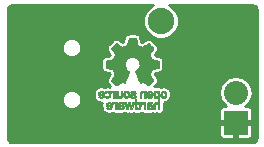
<source format=gbl>
G04 #@! TF.FileFunction,Copper,L2,Bot,Signal*
%FSLAX46Y46*%
G04 Gerber Fmt 4.6, Leading zero omitted, Abs format (unit mm)*
G04 Created by KiCad (PCBNEW 4.0.4-stable) date 10/26/16 06:20:46*
%MOMM*%
%LPD*%
G01*
G04 APERTURE LIST*
%ADD10C,0.100000*%
%ADD11C,0.010000*%
%ADD12C,2.235200*%
%ADD13R,2.032000X2.032000*%
%ADD14O,2.032000X2.032000*%
%ADD15C,0.889000*%
%ADD16C,0.254000*%
G04 APERTURE END LIST*
D10*
D11*
G36*
X62908759Y-157719184D02*
X62882247Y-157732282D01*
X62849553Y-157755106D01*
X62825725Y-157779996D01*
X62809406Y-157811249D01*
X62799240Y-157853166D01*
X62793872Y-157910044D01*
X62791944Y-157986184D01*
X62791831Y-158018917D01*
X62792161Y-158090656D01*
X62793527Y-158141927D01*
X62796500Y-158177404D01*
X62801649Y-158201763D01*
X62809543Y-158219680D01*
X62817757Y-158231902D01*
X62870187Y-158283905D01*
X62931930Y-158315184D01*
X62998536Y-158324592D01*
X63065558Y-158310980D01*
X63086792Y-158301354D01*
X63137624Y-158274859D01*
X63137624Y-158690052D01*
X63100525Y-158670868D01*
X63051643Y-158656025D01*
X62991561Y-158652222D01*
X62931564Y-158659243D01*
X62886256Y-158675013D01*
X62848675Y-158705047D01*
X62816564Y-158748024D01*
X62814150Y-158752436D01*
X62803967Y-158773221D01*
X62796530Y-158794170D01*
X62791411Y-158819548D01*
X62788181Y-158853618D01*
X62786413Y-158900641D01*
X62785677Y-158964882D01*
X62785544Y-159037176D01*
X62785544Y-159267822D01*
X62923861Y-159267822D01*
X62923861Y-158842533D01*
X62962549Y-158809979D01*
X63002738Y-158783940D01*
X63040797Y-158779205D01*
X63079066Y-158791389D01*
X63099462Y-158803320D01*
X63114642Y-158820313D01*
X63125438Y-158845995D01*
X63132683Y-158883991D01*
X63137208Y-158937926D01*
X63139844Y-159011425D01*
X63140772Y-159060347D01*
X63143911Y-159261535D01*
X63209926Y-159265336D01*
X63275940Y-159269136D01*
X63275940Y-158020650D01*
X63137624Y-158020650D01*
X63134097Y-158090254D01*
X63122215Y-158138569D01*
X63100020Y-158168631D01*
X63065559Y-158183471D01*
X63030742Y-158186436D01*
X62991329Y-158183028D01*
X62965171Y-158169617D01*
X62948814Y-158151896D01*
X62935937Y-158132835D01*
X62928272Y-158111601D01*
X62924861Y-158081849D01*
X62924749Y-158037236D01*
X62925897Y-157999880D01*
X62928532Y-157943604D01*
X62932456Y-157906658D01*
X62939063Y-157883223D01*
X62949749Y-157867480D01*
X62959833Y-157858380D01*
X63001970Y-157838537D01*
X63051840Y-157835332D01*
X63080476Y-157842168D01*
X63108828Y-157866464D01*
X63127609Y-157913728D01*
X63136712Y-157983624D01*
X63137624Y-158020650D01*
X63275940Y-158020650D01*
X63275940Y-157708614D01*
X63206782Y-157708614D01*
X63165260Y-157710256D01*
X63143838Y-157716087D01*
X63137626Y-157727461D01*
X63137624Y-157727798D01*
X63134742Y-157738938D01*
X63122030Y-157737673D01*
X63096757Y-157725433D01*
X63037869Y-157706707D01*
X62971615Y-157704739D01*
X62908759Y-157719184D01*
X62908759Y-157719184D01*
G37*
X62908759Y-157719184D02*
X62882247Y-157732282D01*
X62849553Y-157755106D01*
X62825725Y-157779996D01*
X62809406Y-157811249D01*
X62799240Y-157853166D01*
X62793872Y-157910044D01*
X62791944Y-157986184D01*
X62791831Y-158018917D01*
X62792161Y-158090656D01*
X62793527Y-158141927D01*
X62796500Y-158177404D01*
X62801649Y-158201763D01*
X62809543Y-158219680D01*
X62817757Y-158231902D01*
X62870187Y-158283905D01*
X62931930Y-158315184D01*
X62998536Y-158324592D01*
X63065558Y-158310980D01*
X63086792Y-158301354D01*
X63137624Y-158274859D01*
X63137624Y-158690052D01*
X63100525Y-158670868D01*
X63051643Y-158656025D01*
X62991561Y-158652222D01*
X62931564Y-158659243D01*
X62886256Y-158675013D01*
X62848675Y-158705047D01*
X62816564Y-158748024D01*
X62814150Y-158752436D01*
X62803967Y-158773221D01*
X62796530Y-158794170D01*
X62791411Y-158819548D01*
X62788181Y-158853618D01*
X62786413Y-158900641D01*
X62785677Y-158964882D01*
X62785544Y-159037176D01*
X62785544Y-159267822D01*
X62923861Y-159267822D01*
X62923861Y-158842533D01*
X62962549Y-158809979D01*
X63002738Y-158783940D01*
X63040797Y-158779205D01*
X63079066Y-158791389D01*
X63099462Y-158803320D01*
X63114642Y-158820313D01*
X63125438Y-158845995D01*
X63132683Y-158883991D01*
X63137208Y-158937926D01*
X63139844Y-159011425D01*
X63140772Y-159060347D01*
X63143911Y-159261535D01*
X63209926Y-159265336D01*
X63275940Y-159269136D01*
X63275940Y-158020650D01*
X63137624Y-158020650D01*
X63134097Y-158090254D01*
X63122215Y-158138569D01*
X63100020Y-158168631D01*
X63065559Y-158183471D01*
X63030742Y-158186436D01*
X62991329Y-158183028D01*
X62965171Y-158169617D01*
X62948814Y-158151896D01*
X62935937Y-158132835D01*
X62928272Y-158111601D01*
X62924861Y-158081849D01*
X62924749Y-158037236D01*
X62925897Y-157999880D01*
X62928532Y-157943604D01*
X62932456Y-157906658D01*
X62939063Y-157883223D01*
X62949749Y-157867480D01*
X62959833Y-157858380D01*
X63001970Y-157838537D01*
X63051840Y-157835332D01*
X63080476Y-157842168D01*
X63108828Y-157866464D01*
X63127609Y-157913728D01*
X63136712Y-157983624D01*
X63137624Y-158020650D01*
X63275940Y-158020650D01*
X63275940Y-157708614D01*
X63206782Y-157708614D01*
X63165260Y-157710256D01*
X63143838Y-157716087D01*
X63137626Y-157727461D01*
X63137624Y-157727798D01*
X63134742Y-157738938D01*
X63122030Y-157737673D01*
X63096757Y-157725433D01*
X63037869Y-157706707D01*
X62971615Y-157704739D01*
X62908759Y-157719184D01*
G36*
X62384210Y-158656555D02*
X62325055Y-158672339D01*
X62280023Y-158700948D01*
X62248246Y-158738419D01*
X62238366Y-158754411D01*
X62231073Y-158771163D01*
X62225974Y-158792592D01*
X62222679Y-158822616D01*
X62220797Y-158865154D01*
X62219937Y-158924122D01*
X62219707Y-159003440D01*
X62219703Y-159024484D01*
X62219703Y-159267822D01*
X62280059Y-159267822D01*
X62318557Y-159265126D01*
X62347023Y-159258295D01*
X62354155Y-159254083D01*
X62373652Y-159246813D01*
X62393566Y-159254083D01*
X62426353Y-159263160D01*
X62473978Y-159266813D01*
X62526764Y-159265228D01*
X62575036Y-159258589D01*
X62603218Y-159250072D01*
X62657753Y-159215063D01*
X62691835Y-159166479D01*
X62707157Y-159101882D01*
X62707299Y-159100223D01*
X62705955Y-159071566D01*
X62584356Y-159071566D01*
X62573726Y-159104161D01*
X62556410Y-159122505D01*
X62521652Y-159136379D01*
X62475773Y-159141917D01*
X62428988Y-159139191D01*
X62391514Y-159128274D01*
X62381015Y-159121269D01*
X62362668Y-159088904D01*
X62358020Y-159052111D01*
X62358020Y-159003763D01*
X62427582Y-159003763D01*
X62493667Y-159008850D01*
X62543764Y-159023263D01*
X62574929Y-159045729D01*
X62584356Y-159071566D01*
X62705955Y-159071566D01*
X62703987Y-159029647D01*
X62680710Y-158973845D01*
X62636948Y-158931647D01*
X62630899Y-158927808D01*
X62604907Y-158915309D01*
X62572735Y-158907740D01*
X62527760Y-158904061D01*
X62474331Y-158903216D01*
X62358020Y-158903169D01*
X62358020Y-158854411D01*
X62362953Y-158816581D01*
X62375543Y-158791236D01*
X62377017Y-158789887D01*
X62405034Y-158778800D01*
X62447326Y-158774503D01*
X62494064Y-158776615D01*
X62535418Y-158784756D01*
X62559957Y-158796965D01*
X62573253Y-158806746D01*
X62587294Y-158808613D01*
X62606671Y-158800600D01*
X62635976Y-158780739D01*
X62679803Y-158747063D01*
X62683825Y-158743909D01*
X62681764Y-158732236D01*
X62664568Y-158712822D01*
X62638433Y-158691248D01*
X62609552Y-158673096D01*
X62600478Y-158668809D01*
X62567380Y-158660256D01*
X62518880Y-158654155D01*
X62464695Y-158651708D01*
X62462161Y-158651703D01*
X62384210Y-158656555D01*
X62384210Y-158656555D01*
G37*
X62384210Y-158656555D02*
X62325055Y-158672339D01*
X62280023Y-158700948D01*
X62248246Y-158738419D01*
X62238366Y-158754411D01*
X62231073Y-158771163D01*
X62225974Y-158792592D01*
X62222679Y-158822616D01*
X62220797Y-158865154D01*
X62219937Y-158924122D01*
X62219707Y-159003440D01*
X62219703Y-159024484D01*
X62219703Y-159267822D01*
X62280059Y-159267822D01*
X62318557Y-159265126D01*
X62347023Y-159258295D01*
X62354155Y-159254083D01*
X62373652Y-159246813D01*
X62393566Y-159254083D01*
X62426353Y-159263160D01*
X62473978Y-159266813D01*
X62526764Y-159265228D01*
X62575036Y-159258589D01*
X62603218Y-159250072D01*
X62657753Y-159215063D01*
X62691835Y-159166479D01*
X62707157Y-159101882D01*
X62707299Y-159100223D01*
X62705955Y-159071566D01*
X62584356Y-159071566D01*
X62573726Y-159104161D01*
X62556410Y-159122505D01*
X62521652Y-159136379D01*
X62475773Y-159141917D01*
X62428988Y-159139191D01*
X62391514Y-159128274D01*
X62381015Y-159121269D01*
X62362668Y-159088904D01*
X62358020Y-159052111D01*
X62358020Y-159003763D01*
X62427582Y-159003763D01*
X62493667Y-159008850D01*
X62543764Y-159023263D01*
X62574929Y-159045729D01*
X62584356Y-159071566D01*
X62705955Y-159071566D01*
X62703987Y-159029647D01*
X62680710Y-158973845D01*
X62636948Y-158931647D01*
X62630899Y-158927808D01*
X62604907Y-158915309D01*
X62572735Y-158907740D01*
X62527760Y-158904061D01*
X62474331Y-158903216D01*
X62358020Y-158903169D01*
X62358020Y-158854411D01*
X62362953Y-158816581D01*
X62375543Y-158791236D01*
X62377017Y-158789887D01*
X62405034Y-158778800D01*
X62447326Y-158774503D01*
X62494064Y-158776615D01*
X62535418Y-158784756D01*
X62559957Y-158796965D01*
X62573253Y-158806746D01*
X62587294Y-158808613D01*
X62606671Y-158800600D01*
X62635976Y-158780739D01*
X62679803Y-158747063D01*
X62683825Y-158743909D01*
X62681764Y-158732236D01*
X62664568Y-158712822D01*
X62638433Y-158691248D01*
X62609552Y-158673096D01*
X62600478Y-158668809D01*
X62567380Y-158660256D01*
X62518880Y-158654155D01*
X62464695Y-158651708D01*
X62462161Y-158651703D01*
X62384210Y-158656555D01*
G36*
X61993356Y-158653020D02*
X61974539Y-158658660D01*
X61968473Y-158671053D01*
X61968218Y-158676647D01*
X61967129Y-158692230D01*
X61959632Y-158694676D01*
X61939381Y-158683993D01*
X61927351Y-158676694D01*
X61889400Y-158661063D01*
X61844072Y-158653334D01*
X61796544Y-158652740D01*
X61751995Y-158658513D01*
X61715602Y-158669884D01*
X61692543Y-158686088D01*
X61687996Y-158706355D01*
X61690291Y-158711843D01*
X61707020Y-158734626D01*
X61732963Y-158762647D01*
X61737655Y-158767177D01*
X61762383Y-158788005D01*
X61783718Y-158794735D01*
X61813555Y-158790038D01*
X61825508Y-158786917D01*
X61862705Y-158779421D01*
X61888859Y-158782792D01*
X61910946Y-158794681D01*
X61931178Y-158810635D01*
X61946079Y-158830700D01*
X61956434Y-158858702D01*
X61963029Y-158898467D01*
X61966649Y-158953823D01*
X61968078Y-159028594D01*
X61968218Y-159073740D01*
X61968218Y-159267822D01*
X62093960Y-159267822D01*
X62093960Y-158651683D01*
X62031089Y-158651683D01*
X61993356Y-158653020D01*
X61993356Y-158653020D01*
G37*
X61993356Y-158653020D02*
X61974539Y-158658660D01*
X61968473Y-158671053D01*
X61968218Y-158676647D01*
X61967129Y-158692230D01*
X61959632Y-158694676D01*
X61939381Y-158683993D01*
X61927351Y-158676694D01*
X61889400Y-158661063D01*
X61844072Y-158653334D01*
X61796544Y-158652740D01*
X61751995Y-158658513D01*
X61715602Y-158669884D01*
X61692543Y-158686088D01*
X61687996Y-158706355D01*
X61690291Y-158711843D01*
X61707020Y-158734626D01*
X61732963Y-158762647D01*
X61737655Y-158767177D01*
X61762383Y-158788005D01*
X61783718Y-158794735D01*
X61813555Y-158790038D01*
X61825508Y-158786917D01*
X61862705Y-158779421D01*
X61888859Y-158782792D01*
X61910946Y-158794681D01*
X61931178Y-158810635D01*
X61946079Y-158830700D01*
X61956434Y-158858702D01*
X61963029Y-158898467D01*
X61966649Y-158953823D01*
X61968078Y-159028594D01*
X61968218Y-159073740D01*
X61968218Y-159267822D01*
X62093960Y-159267822D01*
X62093960Y-158651683D01*
X62031089Y-158651683D01*
X61993356Y-158653020D01*
G36*
X61201188Y-159267822D02*
X61270346Y-159267822D01*
X61310488Y-159266645D01*
X61331394Y-159261772D01*
X61338922Y-159251186D01*
X61339505Y-159244029D01*
X61340774Y-159229676D01*
X61348779Y-159226923D01*
X61369815Y-159235771D01*
X61386173Y-159244029D01*
X61448977Y-159263597D01*
X61517248Y-159264729D01*
X61572752Y-159250135D01*
X61624438Y-159214877D01*
X61663838Y-159162835D01*
X61685413Y-159101450D01*
X61685962Y-159098018D01*
X61689167Y-159060571D01*
X61690761Y-159006813D01*
X61690633Y-158966155D01*
X61553279Y-158966155D01*
X61550097Y-159020194D01*
X61542859Y-159064735D01*
X61533060Y-159089888D01*
X61495989Y-159124260D01*
X61451974Y-159136582D01*
X61406584Y-159126618D01*
X61367797Y-159096895D01*
X61353108Y-159076905D01*
X61344519Y-159053050D01*
X61340496Y-159018230D01*
X61339505Y-158965930D01*
X61341278Y-158914139D01*
X61345963Y-158868634D01*
X61352603Y-158838181D01*
X61353710Y-158835452D01*
X61380491Y-158803000D01*
X61419579Y-158785183D01*
X61463315Y-158782306D01*
X61504038Y-158794674D01*
X61534087Y-158822593D01*
X61537204Y-158828148D01*
X61546961Y-158862022D01*
X61552277Y-158910728D01*
X61553279Y-158966155D01*
X61690633Y-158966155D01*
X61690568Y-158945540D01*
X61689664Y-158912563D01*
X61683514Y-158830981D01*
X61670733Y-158769730D01*
X61649471Y-158724449D01*
X61617878Y-158690779D01*
X61587207Y-158671014D01*
X61544354Y-158657120D01*
X61491056Y-158652354D01*
X61436480Y-158656236D01*
X61389792Y-158668282D01*
X61365124Y-158682693D01*
X61339505Y-158705878D01*
X61339505Y-158412773D01*
X61201188Y-158412773D01*
X61201188Y-159267822D01*
X61201188Y-159267822D01*
G37*
X61201188Y-159267822D02*
X61270346Y-159267822D01*
X61310488Y-159266645D01*
X61331394Y-159261772D01*
X61338922Y-159251186D01*
X61339505Y-159244029D01*
X61340774Y-159229676D01*
X61348779Y-159226923D01*
X61369815Y-159235771D01*
X61386173Y-159244029D01*
X61448977Y-159263597D01*
X61517248Y-159264729D01*
X61572752Y-159250135D01*
X61624438Y-159214877D01*
X61663838Y-159162835D01*
X61685413Y-159101450D01*
X61685962Y-159098018D01*
X61689167Y-159060571D01*
X61690761Y-159006813D01*
X61690633Y-158966155D01*
X61553279Y-158966155D01*
X61550097Y-159020194D01*
X61542859Y-159064735D01*
X61533060Y-159089888D01*
X61495989Y-159124260D01*
X61451974Y-159136582D01*
X61406584Y-159126618D01*
X61367797Y-159096895D01*
X61353108Y-159076905D01*
X61344519Y-159053050D01*
X61340496Y-159018230D01*
X61339505Y-158965930D01*
X61341278Y-158914139D01*
X61345963Y-158868634D01*
X61352603Y-158838181D01*
X61353710Y-158835452D01*
X61380491Y-158803000D01*
X61419579Y-158785183D01*
X61463315Y-158782306D01*
X61504038Y-158794674D01*
X61534087Y-158822593D01*
X61537204Y-158828148D01*
X61546961Y-158862022D01*
X61552277Y-158910728D01*
X61553279Y-158966155D01*
X61690633Y-158966155D01*
X61690568Y-158945540D01*
X61689664Y-158912563D01*
X61683514Y-158830981D01*
X61670733Y-158769730D01*
X61649471Y-158724449D01*
X61617878Y-158690779D01*
X61587207Y-158671014D01*
X61544354Y-158657120D01*
X61491056Y-158652354D01*
X61436480Y-158656236D01*
X61389792Y-158668282D01*
X61365124Y-158682693D01*
X61339505Y-158705878D01*
X61339505Y-158412773D01*
X61201188Y-158412773D01*
X61201188Y-159267822D01*
G36*
X60718476Y-158654237D02*
X60668745Y-158657971D01*
X60538709Y-159047773D01*
X60518322Y-158978614D01*
X60506054Y-158935874D01*
X60489915Y-158878115D01*
X60472488Y-158814625D01*
X60463274Y-158780570D01*
X60428612Y-158651683D01*
X60285609Y-158651683D01*
X60328354Y-158786857D01*
X60349404Y-158853342D01*
X60374833Y-158933539D01*
X60401390Y-159017193D01*
X60425098Y-159091782D01*
X60479098Y-159261535D01*
X60537402Y-159265328D01*
X60595705Y-159269122D01*
X60627321Y-159164734D01*
X60646818Y-159099889D01*
X60668096Y-159028400D01*
X60686692Y-158965263D01*
X60687426Y-158962750D01*
X60701316Y-158919969D01*
X60713571Y-158890779D01*
X60722154Y-158879741D01*
X60723918Y-158881018D01*
X60730109Y-158898130D01*
X60741872Y-158934787D01*
X60757775Y-158986378D01*
X60776386Y-159048294D01*
X60786457Y-159082352D01*
X60840993Y-159267822D01*
X60956736Y-159267822D01*
X61049263Y-158975471D01*
X61075256Y-158893462D01*
X61098934Y-158818987D01*
X61119180Y-158755544D01*
X61134874Y-158706632D01*
X61144898Y-158675749D01*
X61147945Y-158666726D01*
X61145533Y-158657487D01*
X61126592Y-158653441D01*
X61087177Y-158653846D01*
X61081007Y-158654152D01*
X61007914Y-158657971D01*
X60960043Y-158834010D01*
X60942447Y-158898211D01*
X60926723Y-158954649D01*
X60914254Y-158998422D01*
X60906426Y-159024630D01*
X60904980Y-159028903D01*
X60898986Y-159023990D01*
X60886899Y-158998532D01*
X60870107Y-158955997D01*
X60849997Y-158899850D01*
X60832997Y-158849130D01*
X60768206Y-158650504D01*
X60718476Y-158654237D01*
X60718476Y-158654237D01*
G37*
X60718476Y-158654237D02*
X60668745Y-158657971D01*
X60538709Y-159047773D01*
X60518322Y-158978614D01*
X60506054Y-158935874D01*
X60489915Y-158878115D01*
X60472488Y-158814625D01*
X60463274Y-158780570D01*
X60428612Y-158651683D01*
X60285609Y-158651683D01*
X60328354Y-158786857D01*
X60349404Y-158853342D01*
X60374833Y-158933539D01*
X60401390Y-159017193D01*
X60425098Y-159091782D01*
X60479098Y-159261535D01*
X60537402Y-159265328D01*
X60595705Y-159269122D01*
X60627321Y-159164734D01*
X60646818Y-159099889D01*
X60668096Y-159028400D01*
X60686692Y-158965263D01*
X60687426Y-158962750D01*
X60701316Y-158919969D01*
X60713571Y-158890779D01*
X60722154Y-158879741D01*
X60723918Y-158881018D01*
X60730109Y-158898130D01*
X60741872Y-158934787D01*
X60757775Y-158986378D01*
X60776386Y-159048294D01*
X60786457Y-159082352D01*
X60840993Y-159267822D01*
X60956736Y-159267822D01*
X61049263Y-158975471D01*
X61075256Y-158893462D01*
X61098934Y-158818987D01*
X61119180Y-158755544D01*
X61134874Y-158706632D01*
X61144898Y-158675749D01*
X61147945Y-158666726D01*
X61145533Y-158657487D01*
X61126592Y-158653441D01*
X61087177Y-158653846D01*
X61081007Y-158654152D01*
X61007914Y-158657971D01*
X60960043Y-158834010D01*
X60942447Y-158898211D01*
X60926723Y-158954649D01*
X60914254Y-158998422D01*
X60906426Y-159024630D01*
X60904980Y-159028903D01*
X60898986Y-159023990D01*
X60886899Y-158998532D01*
X60870107Y-158955997D01*
X60849997Y-158899850D01*
X60832997Y-158849130D01*
X60768206Y-158650504D01*
X60718476Y-158654237D01*
G36*
X59961589Y-158655417D02*
X59908589Y-158668290D01*
X59893269Y-158675110D01*
X59863572Y-158692974D01*
X59840780Y-158713093D01*
X59823917Y-158738962D01*
X59812002Y-158774073D01*
X59804058Y-158821920D01*
X59799106Y-158885996D01*
X59796169Y-158969794D01*
X59795053Y-159025768D01*
X59790948Y-159267822D01*
X59861068Y-159267822D01*
X59903607Y-159266038D01*
X59925524Y-159259942D01*
X59931188Y-159249706D01*
X59934179Y-159238637D01*
X59947549Y-159240754D01*
X59965767Y-159249629D01*
X60011376Y-159263233D01*
X60069993Y-159266899D01*
X60131646Y-159260903D01*
X60186362Y-159245521D01*
X60191270Y-159243386D01*
X60241277Y-159208255D01*
X60274244Y-159159419D01*
X60289413Y-159102333D01*
X60288254Y-159081824D01*
X60164492Y-159081824D01*
X60153587Y-159109425D01*
X60121255Y-159129204D01*
X60069090Y-159139819D01*
X60041213Y-159141228D01*
X59994753Y-159137620D01*
X59963871Y-159123597D01*
X59956336Y-159116931D01*
X59935924Y-159080666D01*
X59931188Y-159047773D01*
X59931188Y-159003763D01*
X59992487Y-159003763D01*
X60063744Y-159007395D01*
X60113724Y-159018818D01*
X60145304Y-159038824D01*
X60152374Y-159047743D01*
X60164492Y-159081824D01*
X60288254Y-159081824D01*
X60286029Y-159042456D01*
X60263337Y-158985244D01*
X60232376Y-158946580D01*
X60213624Y-158929864D01*
X60195267Y-158918878D01*
X60171381Y-158912180D01*
X60136043Y-158908326D01*
X60083331Y-158905873D01*
X60062423Y-158905168D01*
X59931188Y-158900879D01*
X59931380Y-158861158D01*
X59936463Y-158819405D01*
X59954838Y-158794158D01*
X59991961Y-158778030D01*
X59992957Y-158777742D01*
X60045590Y-158771400D01*
X60097094Y-158779684D01*
X60135370Y-158799827D01*
X60150728Y-158809773D01*
X60167270Y-158808397D01*
X60192725Y-158793987D01*
X60207672Y-158783817D01*
X60236909Y-158762088D01*
X60255020Y-158745800D01*
X60257926Y-158741137D01*
X60245960Y-158717005D01*
X60210604Y-158688185D01*
X60195247Y-158678461D01*
X60151099Y-158661714D01*
X60091602Y-158652227D01*
X60025513Y-158650095D01*
X59961589Y-158655417D01*
X59961589Y-158655417D01*
G37*
X59961589Y-158655417D02*
X59908589Y-158668290D01*
X59893269Y-158675110D01*
X59863572Y-158692974D01*
X59840780Y-158713093D01*
X59823917Y-158738962D01*
X59812002Y-158774073D01*
X59804058Y-158821920D01*
X59799106Y-158885996D01*
X59796169Y-158969794D01*
X59795053Y-159025768D01*
X59790948Y-159267822D01*
X59861068Y-159267822D01*
X59903607Y-159266038D01*
X59925524Y-159259942D01*
X59931188Y-159249706D01*
X59934179Y-159238637D01*
X59947549Y-159240754D01*
X59965767Y-159249629D01*
X60011376Y-159263233D01*
X60069993Y-159266899D01*
X60131646Y-159260903D01*
X60186362Y-159245521D01*
X60191270Y-159243386D01*
X60241277Y-159208255D01*
X60274244Y-159159419D01*
X60289413Y-159102333D01*
X60288254Y-159081824D01*
X60164492Y-159081824D01*
X60153587Y-159109425D01*
X60121255Y-159129204D01*
X60069090Y-159139819D01*
X60041213Y-159141228D01*
X59994753Y-159137620D01*
X59963871Y-159123597D01*
X59956336Y-159116931D01*
X59935924Y-159080666D01*
X59931188Y-159047773D01*
X59931188Y-159003763D01*
X59992487Y-159003763D01*
X60063744Y-159007395D01*
X60113724Y-159018818D01*
X60145304Y-159038824D01*
X60152374Y-159047743D01*
X60164492Y-159081824D01*
X60288254Y-159081824D01*
X60286029Y-159042456D01*
X60263337Y-158985244D01*
X60232376Y-158946580D01*
X60213624Y-158929864D01*
X60195267Y-158918878D01*
X60171381Y-158912180D01*
X60136043Y-158908326D01*
X60083331Y-158905873D01*
X60062423Y-158905168D01*
X59931188Y-158900879D01*
X59931380Y-158861158D01*
X59936463Y-158819405D01*
X59954838Y-158794158D01*
X59991961Y-158778030D01*
X59992957Y-158777742D01*
X60045590Y-158771400D01*
X60097094Y-158779684D01*
X60135370Y-158799827D01*
X60150728Y-158809773D01*
X60167270Y-158808397D01*
X60192725Y-158793987D01*
X60207672Y-158783817D01*
X60236909Y-158762088D01*
X60255020Y-158745800D01*
X60257926Y-158741137D01*
X60245960Y-158717005D01*
X60210604Y-158688185D01*
X60195247Y-158678461D01*
X60151099Y-158661714D01*
X60091602Y-158652227D01*
X60025513Y-158650095D01*
X59961589Y-158655417D01*
G36*
X59364745Y-158651486D02*
X59316405Y-158661015D01*
X59288886Y-158675125D01*
X59259936Y-158698568D01*
X59301124Y-158750571D01*
X59326518Y-158782064D01*
X59343762Y-158797428D01*
X59360898Y-158799776D01*
X59385973Y-158792217D01*
X59397743Y-158787941D01*
X59445730Y-158781631D01*
X59489676Y-158795156D01*
X59521940Y-158825710D01*
X59527181Y-158835452D01*
X59532888Y-158861258D01*
X59537294Y-158908817D01*
X59540189Y-158974758D01*
X59541369Y-159055710D01*
X59541386Y-159067226D01*
X59541386Y-159267822D01*
X59679703Y-159267822D01*
X59679703Y-158651683D01*
X59610544Y-158651683D01*
X59570667Y-158652725D01*
X59549893Y-158657358D01*
X59542211Y-158667849D01*
X59541386Y-158677745D01*
X59541386Y-158703806D01*
X59508255Y-158677745D01*
X59470265Y-158659965D01*
X59419230Y-158651174D01*
X59364745Y-158651486D01*
X59364745Y-158651486D01*
G37*
X59364745Y-158651486D02*
X59316405Y-158661015D01*
X59288886Y-158675125D01*
X59259936Y-158698568D01*
X59301124Y-158750571D01*
X59326518Y-158782064D01*
X59343762Y-158797428D01*
X59360898Y-158799776D01*
X59385973Y-158792217D01*
X59397743Y-158787941D01*
X59445730Y-158781631D01*
X59489676Y-158795156D01*
X59521940Y-158825710D01*
X59527181Y-158835452D01*
X59532888Y-158861258D01*
X59537294Y-158908817D01*
X59540189Y-158974758D01*
X59541369Y-159055710D01*
X59541386Y-159067226D01*
X59541386Y-159267822D01*
X59679703Y-159267822D01*
X59679703Y-158651683D01*
X59610544Y-158651683D01*
X59570667Y-158652725D01*
X59549893Y-158657358D01*
X59542211Y-158667849D01*
X59541386Y-158677745D01*
X59541386Y-158703806D01*
X59508255Y-158677745D01*
X59470265Y-158659965D01*
X59419230Y-158651174D01*
X59364745Y-158651486D01*
G36*
X58967419Y-158654970D02*
X58907315Y-158670597D01*
X58856979Y-158702848D01*
X58832607Y-158726940D01*
X58792655Y-158783895D01*
X58769758Y-158849965D01*
X58761892Y-158931182D01*
X58761852Y-158937748D01*
X58761782Y-159003763D01*
X59141736Y-159003763D01*
X59133637Y-159038342D01*
X59119013Y-159069659D01*
X59093419Y-159102291D01*
X59088065Y-159107500D01*
X59042057Y-159135694D01*
X58989590Y-159140475D01*
X58929197Y-159121926D01*
X58918960Y-159116931D01*
X58887561Y-159101745D01*
X58866530Y-159093094D01*
X58862861Y-159092293D01*
X58850052Y-159100063D01*
X58825622Y-159119072D01*
X58813221Y-159129460D01*
X58787524Y-159153321D01*
X58779085Y-159169077D01*
X58784942Y-159183571D01*
X58788072Y-159187534D01*
X58809275Y-159204879D01*
X58844262Y-159225959D01*
X58868663Y-159238265D01*
X58937928Y-159259946D01*
X59014612Y-159266971D01*
X59087235Y-159258647D01*
X59107574Y-159252686D01*
X59170524Y-159218952D01*
X59217185Y-159167045D01*
X59247827Y-159096459D01*
X59262718Y-159006692D01*
X59264353Y-158959753D01*
X59259579Y-158891413D01*
X59139010Y-158891413D01*
X59127348Y-158896465D01*
X59096002Y-158900429D01*
X59050429Y-158902768D01*
X59019554Y-158903169D01*
X58964019Y-158902783D01*
X58928967Y-158900975D01*
X58909738Y-158896773D01*
X58901670Y-158889203D01*
X58900099Y-158878218D01*
X58910879Y-158844381D01*
X58938020Y-158810940D01*
X58973723Y-158785272D01*
X59009440Y-158774772D01*
X59057952Y-158784086D01*
X59099947Y-158811013D01*
X59129064Y-158849827D01*
X59139010Y-158891413D01*
X59259579Y-158891413D01*
X59257401Y-158860236D01*
X59235945Y-158780949D01*
X59199530Y-158721263D01*
X59147703Y-158680549D01*
X59080010Y-158658179D01*
X59043338Y-158653871D01*
X58967419Y-158654970D01*
X58967419Y-158654970D01*
G37*
X58967419Y-158654970D02*
X58907315Y-158670597D01*
X58856979Y-158702848D01*
X58832607Y-158726940D01*
X58792655Y-158783895D01*
X58769758Y-158849965D01*
X58761892Y-158931182D01*
X58761852Y-158937748D01*
X58761782Y-159003763D01*
X59141736Y-159003763D01*
X59133637Y-159038342D01*
X59119013Y-159069659D01*
X59093419Y-159102291D01*
X59088065Y-159107500D01*
X59042057Y-159135694D01*
X58989590Y-159140475D01*
X58929197Y-159121926D01*
X58918960Y-159116931D01*
X58887561Y-159101745D01*
X58866530Y-159093094D01*
X58862861Y-159092293D01*
X58850052Y-159100063D01*
X58825622Y-159119072D01*
X58813221Y-159129460D01*
X58787524Y-159153321D01*
X58779085Y-159169077D01*
X58784942Y-159183571D01*
X58788072Y-159187534D01*
X58809275Y-159204879D01*
X58844262Y-159225959D01*
X58868663Y-159238265D01*
X58937928Y-159259946D01*
X59014612Y-159266971D01*
X59087235Y-159258647D01*
X59107574Y-159252686D01*
X59170524Y-159218952D01*
X59217185Y-159167045D01*
X59247827Y-159096459D01*
X59262718Y-159006692D01*
X59264353Y-158959753D01*
X59259579Y-158891413D01*
X59139010Y-158891413D01*
X59127348Y-158896465D01*
X59096002Y-158900429D01*
X59050429Y-158902768D01*
X59019554Y-158903169D01*
X58964019Y-158902783D01*
X58928967Y-158900975D01*
X58909738Y-158896773D01*
X58901670Y-158889203D01*
X58900099Y-158878218D01*
X58910879Y-158844381D01*
X58938020Y-158810940D01*
X58973723Y-158785272D01*
X59009440Y-158774772D01*
X59057952Y-158784086D01*
X59099947Y-158811013D01*
X59129064Y-158849827D01*
X59139010Y-158891413D01*
X59259579Y-158891413D01*
X59257401Y-158860236D01*
X59235945Y-158780949D01*
X59199530Y-158721263D01*
X59147703Y-158680549D01*
X59080010Y-158658179D01*
X59043338Y-158653871D01*
X58967419Y-158654970D01*
G36*
X63538261Y-157715148D02*
X63472479Y-157744231D01*
X63422540Y-157792793D01*
X63388374Y-157860908D01*
X63369907Y-157948651D01*
X63368583Y-157962351D01*
X63367546Y-158058939D01*
X63380993Y-158143602D01*
X63408108Y-158212221D01*
X63422627Y-158234294D01*
X63473201Y-158281011D01*
X63537609Y-158311268D01*
X63609666Y-158323824D01*
X63683185Y-158317439D01*
X63739072Y-158297772D01*
X63787132Y-158264629D01*
X63826412Y-158221175D01*
X63827092Y-158220158D01*
X63843044Y-158193338D01*
X63853410Y-158166368D01*
X63859688Y-158132332D01*
X63863373Y-158084310D01*
X63864997Y-158044931D01*
X63865672Y-158009219D01*
X63739955Y-158009219D01*
X63738726Y-158044770D01*
X63734266Y-158092094D01*
X63726397Y-158122465D01*
X63712207Y-158144072D01*
X63698917Y-158156694D01*
X63651802Y-158183122D01*
X63602505Y-158186653D01*
X63556593Y-158167639D01*
X63533638Y-158146331D01*
X63517096Y-158124859D01*
X63507421Y-158104313D01*
X63503174Y-158077574D01*
X63502920Y-158037523D01*
X63504228Y-158000638D01*
X63507043Y-157947947D01*
X63511505Y-157913772D01*
X63519548Y-157891480D01*
X63533103Y-157874442D01*
X63543845Y-157864703D01*
X63588777Y-157839123D01*
X63637249Y-157837847D01*
X63677894Y-157852999D01*
X63712567Y-157884642D01*
X63733224Y-157936620D01*
X63739955Y-158009219D01*
X63865672Y-158009219D01*
X63866479Y-157966621D01*
X63863948Y-157908056D01*
X63856362Y-157864007D01*
X63842681Y-157829248D01*
X63821865Y-157798551D01*
X63814147Y-157789436D01*
X63765889Y-157744021D01*
X63714128Y-157717493D01*
X63650828Y-157706379D01*
X63619961Y-157705471D01*
X63538261Y-157715148D01*
X63538261Y-157715148D01*
G37*
X63538261Y-157715148D02*
X63472479Y-157744231D01*
X63422540Y-157792793D01*
X63388374Y-157860908D01*
X63369907Y-157948651D01*
X63368583Y-157962351D01*
X63367546Y-158058939D01*
X63380993Y-158143602D01*
X63408108Y-158212221D01*
X63422627Y-158234294D01*
X63473201Y-158281011D01*
X63537609Y-158311268D01*
X63609666Y-158323824D01*
X63683185Y-158317439D01*
X63739072Y-158297772D01*
X63787132Y-158264629D01*
X63826412Y-158221175D01*
X63827092Y-158220158D01*
X63843044Y-158193338D01*
X63853410Y-158166368D01*
X63859688Y-158132332D01*
X63863373Y-158084310D01*
X63864997Y-158044931D01*
X63865672Y-158009219D01*
X63739955Y-158009219D01*
X63738726Y-158044770D01*
X63734266Y-158092094D01*
X63726397Y-158122465D01*
X63712207Y-158144072D01*
X63698917Y-158156694D01*
X63651802Y-158183122D01*
X63602505Y-158186653D01*
X63556593Y-158167639D01*
X63533638Y-158146331D01*
X63517096Y-158124859D01*
X63507421Y-158104313D01*
X63503174Y-158077574D01*
X63502920Y-158037523D01*
X63504228Y-158000638D01*
X63507043Y-157947947D01*
X63511505Y-157913772D01*
X63519548Y-157891480D01*
X63533103Y-157874442D01*
X63543845Y-157864703D01*
X63588777Y-157839123D01*
X63637249Y-157837847D01*
X63677894Y-157852999D01*
X63712567Y-157884642D01*
X63733224Y-157936620D01*
X63739955Y-158009219D01*
X63865672Y-158009219D01*
X63866479Y-157966621D01*
X63863948Y-157908056D01*
X63856362Y-157864007D01*
X63842681Y-157829248D01*
X63821865Y-157798551D01*
X63814147Y-157789436D01*
X63765889Y-157744021D01*
X63714128Y-157717493D01*
X63650828Y-157706379D01*
X63619961Y-157705471D01*
X63538261Y-157715148D01*
G36*
X62356699Y-157722614D02*
X62344168Y-157728514D01*
X62300799Y-157760283D01*
X62259790Y-157806646D01*
X62229168Y-157857696D01*
X62220459Y-157881166D01*
X62212512Y-157923091D01*
X62207774Y-157973757D01*
X62207199Y-157994679D01*
X62207129Y-158060693D01*
X62587083Y-158060693D01*
X62578983Y-158095273D01*
X62559104Y-158136170D01*
X62524347Y-158171514D01*
X62482998Y-158194282D01*
X62456649Y-158199010D01*
X62420916Y-158193273D01*
X62378282Y-158178882D01*
X62363799Y-158172262D01*
X62310240Y-158145513D01*
X62264533Y-158180376D01*
X62238158Y-158203955D01*
X62224124Y-158223417D01*
X62223414Y-158229129D01*
X62235951Y-158242973D01*
X62263428Y-158264012D01*
X62288366Y-158280425D01*
X62355664Y-158309930D01*
X62431110Y-158323284D01*
X62505888Y-158319812D01*
X62565495Y-158301663D01*
X62626941Y-158262784D01*
X62670608Y-158211595D01*
X62697926Y-158145367D01*
X62710322Y-158061371D01*
X62711421Y-158022936D01*
X62707022Y-157934861D01*
X62706482Y-157932299D01*
X62580582Y-157932299D01*
X62577115Y-157940558D01*
X62562863Y-157945113D01*
X62533470Y-157947065D01*
X62484575Y-157947517D01*
X62465748Y-157947525D01*
X62408467Y-157946843D01*
X62372141Y-157944364D01*
X62352604Y-157939443D01*
X62345690Y-157931434D01*
X62345445Y-157928862D01*
X62353336Y-157908423D01*
X62373085Y-157879789D01*
X62381575Y-157869763D01*
X62413094Y-157841408D01*
X62445949Y-157830259D01*
X62463651Y-157829327D01*
X62511539Y-157840981D01*
X62551699Y-157872285D01*
X62577173Y-157917752D01*
X62577625Y-157919233D01*
X62580582Y-157932299D01*
X62706482Y-157932299D01*
X62692392Y-157865510D01*
X62666038Y-157810025D01*
X62633807Y-157770639D01*
X62574217Y-157727931D01*
X62504168Y-157705109D01*
X62429661Y-157703046D01*
X62356699Y-157722614D01*
X62356699Y-157722614D01*
G37*
X62356699Y-157722614D02*
X62344168Y-157728514D01*
X62300799Y-157760283D01*
X62259790Y-157806646D01*
X62229168Y-157857696D01*
X62220459Y-157881166D01*
X62212512Y-157923091D01*
X62207774Y-157973757D01*
X62207199Y-157994679D01*
X62207129Y-158060693D01*
X62587083Y-158060693D01*
X62578983Y-158095273D01*
X62559104Y-158136170D01*
X62524347Y-158171514D01*
X62482998Y-158194282D01*
X62456649Y-158199010D01*
X62420916Y-158193273D01*
X62378282Y-158178882D01*
X62363799Y-158172262D01*
X62310240Y-158145513D01*
X62264533Y-158180376D01*
X62238158Y-158203955D01*
X62224124Y-158223417D01*
X62223414Y-158229129D01*
X62235951Y-158242973D01*
X62263428Y-158264012D01*
X62288366Y-158280425D01*
X62355664Y-158309930D01*
X62431110Y-158323284D01*
X62505888Y-158319812D01*
X62565495Y-158301663D01*
X62626941Y-158262784D01*
X62670608Y-158211595D01*
X62697926Y-158145367D01*
X62710322Y-158061371D01*
X62711421Y-158022936D01*
X62707022Y-157934861D01*
X62706482Y-157932299D01*
X62580582Y-157932299D01*
X62577115Y-157940558D01*
X62562863Y-157945113D01*
X62533470Y-157947065D01*
X62484575Y-157947517D01*
X62465748Y-157947525D01*
X62408467Y-157946843D01*
X62372141Y-157944364D01*
X62352604Y-157939443D01*
X62345690Y-157931434D01*
X62345445Y-157928862D01*
X62353336Y-157908423D01*
X62373085Y-157879789D01*
X62381575Y-157869763D01*
X62413094Y-157841408D01*
X62445949Y-157830259D01*
X62463651Y-157829327D01*
X62511539Y-157840981D01*
X62551699Y-157872285D01*
X62577173Y-157917752D01*
X62577625Y-157919233D01*
X62580582Y-157932299D01*
X62706482Y-157932299D01*
X62692392Y-157865510D01*
X62666038Y-157810025D01*
X62633807Y-157770639D01*
X62574217Y-157727931D01*
X62504168Y-157705109D01*
X62429661Y-157703046D01*
X62356699Y-157722614D01*
G36*
X60985983Y-157706452D02*
X60938366Y-157715482D01*
X60888966Y-157734370D01*
X60883688Y-157736777D01*
X60846226Y-157756476D01*
X60820283Y-157774781D01*
X60811897Y-157786508D01*
X60819883Y-157805632D01*
X60839280Y-157833850D01*
X60847890Y-157844384D01*
X60883372Y-157885847D01*
X60929115Y-157858858D01*
X60972650Y-157840878D01*
X61022950Y-157831267D01*
X61071188Y-157830660D01*
X61108533Y-157839691D01*
X61117495Y-157845327D01*
X61134563Y-157871171D01*
X61136637Y-157900941D01*
X61123866Y-157924197D01*
X61116312Y-157928708D01*
X61093675Y-157934309D01*
X61053885Y-157940892D01*
X61004834Y-157947183D01*
X60995785Y-157948170D01*
X60917004Y-157961798D01*
X60859864Y-157984946D01*
X60821970Y-158019752D01*
X60800921Y-158068354D01*
X60794365Y-158127718D01*
X60803423Y-158195198D01*
X60832836Y-158248188D01*
X60882722Y-158286783D01*
X60953200Y-158311081D01*
X61031435Y-158320667D01*
X61095234Y-158320552D01*
X61146984Y-158311845D01*
X61182327Y-158299825D01*
X61226983Y-158278880D01*
X61268253Y-158254574D01*
X61282921Y-158243876D01*
X61320643Y-158213084D01*
X61275148Y-158167049D01*
X61229653Y-158121013D01*
X61177928Y-158155243D01*
X61126048Y-158180952D01*
X61070649Y-158194399D01*
X61017395Y-158195818D01*
X60971951Y-158185443D01*
X60939984Y-158163507D01*
X60929662Y-158144998D01*
X60931211Y-158115314D01*
X60956860Y-158092615D01*
X61006540Y-158076940D01*
X61060969Y-158069695D01*
X61144736Y-158055873D01*
X61206967Y-158029796D01*
X61248493Y-157990699D01*
X61270147Y-157937820D01*
X61273147Y-157875126D01*
X61258329Y-157809642D01*
X61224546Y-157760144D01*
X61171495Y-157726408D01*
X61098874Y-157708207D01*
X61045072Y-157704639D01*
X60985983Y-157706452D01*
X60985983Y-157706452D01*
G37*
X60985983Y-157706452D02*
X60938366Y-157715482D01*
X60888966Y-157734370D01*
X60883688Y-157736777D01*
X60846226Y-157756476D01*
X60820283Y-157774781D01*
X60811897Y-157786508D01*
X60819883Y-157805632D01*
X60839280Y-157833850D01*
X60847890Y-157844384D01*
X60883372Y-157885847D01*
X60929115Y-157858858D01*
X60972650Y-157840878D01*
X61022950Y-157831267D01*
X61071188Y-157830660D01*
X61108533Y-157839691D01*
X61117495Y-157845327D01*
X61134563Y-157871171D01*
X61136637Y-157900941D01*
X61123866Y-157924197D01*
X61116312Y-157928708D01*
X61093675Y-157934309D01*
X61053885Y-157940892D01*
X61004834Y-157947183D01*
X60995785Y-157948170D01*
X60917004Y-157961798D01*
X60859864Y-157984946D01*
X60821970Y-158019752D01*
X60800921Y-158068354D01*
X60794365Y-158127718D01*
X60803423Y-158195198D01*
X60832836Y-158248188D01*
X60882722Y-158286783D01*
X60953200Y-158311081D01*
X61031435Y-158320667D01*
X61095234Y-158320552D01*
X61146984Y-158311845D01*
X61182327Y-158299825D01*
X61226983Y-158278880D01*
X61268253Y-158254574D01*
X61282921Y-158243876D01*
X61320643Y-158213084D01*
X61275148Y-158167049D01*
X61229653Y-158121013D01*
X61177928Y-158155243D01*
X61126048Y-158180952D01*
X61070649Y-158194399D01*
X61017395Y-158195818D01*
X60971951Y-158185443D01*
X60939984Y-158163507D01*
X60929662Y-158144998D01*
X60931211Y-158115314D01*
X60956860Y-158092615D01*
X61006540Y-158076940D01*
X61060969Y-158069695D01*
X61144736Y-158055873D01*
X61206967Y-158029796D01*
X61248493Y-157990699D01*
X61270147Y-157937820D01*
X61273147Y-157875126D01*
X61258329Y-157809642D01*
X61224546Y-157760144D01*
X61171495Y-157726408D01*
X61098874Y-157708207D01*
X61045072Y-157704639D01*
X60985983Y-157706452D01*
G36*
X60389238Y-157716055D02*
X60325637Y-157750692D01*
X60275877Y-157805372D01*
X60252432Y-157849842D01*
X60242366Y-157889121D01*
X60235844Y-157945116D01*
X60233049Y-158009621D01*
X60234164Y-158074429D01*
X60239374Y-158131334D01*
X60245459Y-158161727D01*
X60265986Y-158203306D01*
X60301537Y-158247468D01*
X60344381Y-158286087D01*
X60386789Y-158311034D01*
X60387823Y-158311430D01*
X60440447Y-158322331D01*
X60502812Y-158322601D01*
X60562076Y-158312676D01*
X60584960Y-158304722D01*
X60643898Y-158271300D01*
X60686110Y-158227511D01*
X60713844Y-158169538D01*
X60729349Y-158093565D01*
X60732857Y-158053771D01*
X60732410Y-158003766D01*
X60597624Y-158003766D01*
X60593083Y-158076732D01*
X60580014Y-158132334D01*
X60559244Y-158167861D01*
X60544448Y-158178020D01*
X60506536Y-158185104D01*
X60461473Y-158183007D01*
X60422513Y-158172812D01*
X60412296Y-158167204D01*
X60385341Y-158134538D01*
X60367549Y-158084545D01*
X60359976Y-158023705D01*
X60363675Y-157958497D01*
X60371943Y-157919253D01*
X60395680Y-157873805D01*
X60433151Y-157845396D01*
X60478280Y-157835573D01*
X60524989Y-157845887D01*
X60560868Y-157871112D01*
X60579723Y-157891925D01*
X60590728Y-157912439D01*
X60595974Y-157940203D01*
X60597551Y-157982762D01*
X60597624Y-158003766D01*
X60732410Y-158003766D01*
X60731906Y-157947580D01*
X60714612Y-157860501D01*
X60680971Y-157792530D01*
X60630982Y-157743664D01*
X60564644Y-157713899D01*
X60550399Y-157710448D01*
X60464790Y-157702345D01*
X60389238Y-157716055D01*
X60389238Y-157716055D01*
G37*
X60389238Y-157716055D02*
X60325637Y-157750692D01*
X60275877Y-157805372D01*
X60252432Y-157849842D01*
X60242366Y-157889121D01*
X60235844Y-157945116D01*
X60233049Y-158009621D01*
X60234164Y-158074429D01*
X60239374Y-158131334D01*
X60245459Y-158161727D01*
X60265986Y-158203306D01*
X60301537Y-158247468D01*
X60344381Y-158286087D01*
X60386789Y-158311034D01*
X60387823Y-158311430D01*
X60440447Y-158322331D01*
X60502812Y-158322601D01*
X60562076Y-158312676D01*
X60584960Y-158304722D01*
X60643898Y-158271300D01*
X60686110Y-158227511D01*
X60713844Y-158169538D01*
X60729349Y-158093565D01*
X60732857Y-158053771D01*
X60732410Y-158003766D01*
X60597624Y-158003766D01*
X60593083Y-158076732D01*
X60580014Y-158132334D01*
X60559244Y-158167861D01*
X60544448Y-158178020D01*
X60506536Y-158185104D01*
X60461473Y-158183007D01*
X60422513Y-158172812D01*
X60412296Y-158167204D01*
X60385341Y-158134538D01*
X60367549Y-158084545D01*
X60359976Y-158023705D01*
X60363675Y-157958497D01*
X60371943Y-157919253D01*
X60395680Y-157873805D01*
X60433151Y-157845396D01*
X60478280Y-157835573D01*
X60524989Y-157845887D01*
X60560868Y-157871112D01*
X60579723Y-157891925D01*
X60590728Y-157912439D01*
X60595974Y-157940203D01*
X60597551Y-157982762D01*
X60597624Y-158003766D01*
X60732410Y-158003766D01*
X60731906Y-157947580D01*
X60714612Y-157860501D01*
X60680971Y-157792530D01*
X60630982Y-157743664D01*
X60564644Y-157713899D01*
X60550399Y-157710448D01*
X60464790Y-157702345D01*
X60389238Y-157716055D01*
G36*
X60006633Y-157904342D02*
X60005445Y-157996563D01*
X60001103Y-158066610D01*
X59992442Y-158117381D01*
X59978296Y-158151772D01*
X59957500Y-158172679D01*
X59928890Y-158183000D01*
X59893465Y-158185636D01*
X59856364Y-158182682D01*
X59828182Y-158171889D01*
X59807757Y-158150360D01*
X59793921Y-158115199D01*
X59785509Y-158063510D01*
X59781357Y-157992394D01*
X59780297Y-157904342D01*
X59780297Y-157708614D01*
X59641980Y-157708614D01*
X59641980Y-158312179D01*
X59711138Y-158312179D01*
X59752830Y-158310489D01*
X59774299Y-158304556D01*
X59780297Y-158293293D01*
X59783909Y-158283261D01*
X59798286Y-158285383D01*
X59827264Y-158299580D01*
X59893681Y-158321480D01*
X59964125Y-158319928D01*
X60031623Y-158296147D01*
X60063767Y-158277362D01*
X60088285Y-158257022D01*
X60106196Y-158231573D01*
X60118521Y-158197458D01*
X60126277Y-158151121D01*
X60130484Y-158089007D01*
X60132160Y-158007561D01*
X60132376Y-157944578D01*
X60132376Y-157708614D01*
X60006633Y-157708614D01*
X60006633Y-157904342D01*
X60006633Y-157904342D01*
G37*
X60006633Y-157904342D02*
X60005445Y-157996563D01*
X60001103Y-158066610D01*
X59992442Y-158117381D01*
X59978296Y-158151772D01*
X59957500Y-158172679D01*
X59928890Y-158183000D01*
X59893465Y-158185636D01*
X59856364Y-158182682D01*
X59828182Y-158171889D01*
X59807757Y-158150360D01*
X59793921Y-158115199D01*
X59785509Y-158063510D01*
X59781357Y-157992394D01*
X59780297Y-157904342D01*
X59780297Y-157708614D01*
X59641980Y-157708614D01*
X59641980Y-158312179D01*
X59711138Y-158312179D01*
X59752830Y-158310489D01*
X59774299Y-158304556D01*
X59780297Y-158293293D01*
X59783909Y-158283261D01*
X59798286Y-158285383D01*
X59827264Y-158299580D01*
X59893681Y-158321480D01*
X59964125Y-158319928D01*
X60031623Y-158296147D01*
X60063767Y-158277362D01*
X60088285Y-158257022D01*
X60106196Y-158231573D01*
X60118521Y-158197458D01*
X60126277Y-158151121D01*
X60130484Y-158089007D01*
X60132160Y-158007561D01*
X60132376Y-157944578D01*
X60132376Y-157708614D01*
X60006633Y-157708614D01*
X60006633Y-157904342D01*
G36*
X58782774Y-157713880D02*
X58709920Y-157744830D01*
X58686973Y-157759895D01*
X58657646Y-157783048D01*
X58639236Y-157801253D01*
X58636039Y-157807183D01*
X58645065Y-157820340D01*
X58668163Y-157842667D01*
X58686656Y-157858250D01*
X58737272Y-157898926D01*
X58777240Y-157865295D01*
X58808126Y-157843584D01*
X58838241Y-157836090D01*
X58872708Y-157837920D01*
X58927439Y-157851528D01*
X58965114Y-157879772D01*
X58988009Y-157925433D01*
X58998403Y-157991289D01*
X58998405Y-157991331D01*
X58997506Y-158064939D01*
X58983537Y-158118946D01*
X58955672Y-158155716D01*
X58936675Y-158168168D01*
X58886224Y-158183673D01*
X58832337Y-158183683D01*
X58785454Y-158168638D01*
X58774356Y-158161287D01*
X58746524Y-158142511D01*
X58724764Y-158139434D01*
X58701296Y-158153409D01*
X58675351Y-158178510D01*
X58634284Y-158220880D01*
X58679879Y-158258464D01*
X58750326Y-158300882D01*
X58829767Y-158321785D01*
X58912785Y-158320272D01*
X58967306Y-158306411D01*
X59031030Y-158272135D01*
X59081995Y-158218212D01*
X59105149Y-158180149D01*
X59123901Y-158125536D01*
X59133285Y-158056369D01*
X59133357Y-157981407D01*
X59124176Y-157909409D01*
X59105801Y-157849137D01*
X59102907Y-157842958D01*
X59060048Y-157782351D01*
X59002021Y-157738224D01*
X58933409Y-157711493D01*
X58858799Y-157703073D01*
X58782774Y-157713880D01*
X58782774Y-157713880D01*
G37*
X58782774Y-157713880D02*
X58709920Y-157744830D01*
X58686973Y-157759895D01*
X58657646Y-157783048D01*
X58639236Y-157801253D01*
X58636039Y-157807183D01*
X58645065Y-157820340D01*
X58668163Y-157842667D01*
X58686656Y-157858250D01*
X58737272Y-157898926D01*
X58777240Y-157865295D01*
X58808126Y-157843584D01*
X58838241Y-157836090D01*
X58872708Y-157837920D01*
X58927439Y-157851528D01*
X58965114Y-157879772D01*
X58988009Y-157925433D01*
X58998403Y-157991289D01*
X58998405Y-157991331D01*
X58997506Y-158064939D01*
X58983537Y-158118946D01*
X58955672Y-158155716D01*
X58936675Y-158168168D01*
X58886224Y-158183673D01*
X58832337Y-158183683D01*
X58785454Y-158168638D01*
X58774356Y-158161287D01*
X58746524Y-158142511D01*
X58724764Y-158139434D01*
X58701296Y-158153409D01*
X58675351Y-158178510D01*
X58634284Y-158220880D01*
X58679879Y-158258464D01*
X58750326Y-158300882D01*
X58829767Y-158321785D01*
X58912785Y-158320272D01*
X58967306Y-158306411D01*
X59031030Y-158272135D01*
X59081995Y-158218212D01*
X59105149Y-158180149D01*
X59123901Y-158125536D01*
X59133285Y-158056369D01*
X59133357Y-157981407D01*
X59124176Y-157909409D01*
X59105801Y-157849137D01*
X59102907Y-157842958D01*
X59060048Y-157782351D01*
X59002021Y-157738224D01*
X58933409Y-157711493D01*
X58858799Y-157703073D01*
X58782774Y-157713880D01*
G36*
X58322102Y-157706457D02*
X58289904Y-157714279D01*
X58228175Y-157742921D01*
X58175390Y-157786667D01*
X58138859Y-157839117D01*
X58133840Y-157850893D01*
X58126955Y-157881740D01*
X58122136Y-157927371D01*
X58120495Y-157973492D01*
X58120495Y-158060693D01*
X58302822Y-158060693D01*
X58378021Y-158060978D01*
X58430997Y-158062704D01*
X58464675Y-158067181D01*
X58481980Y-158075720D01*
X58485837Y-158089630D01*
X58479171Y-158110222D01*
X58467230Y-158134315D01*
X58433920Y-158174525D01*
X58387632Y-158194558D01*
X58331056Y-158193905D01*
X58266969Y-158172101D01*
X58211583Y-158145193D01*
X58165625Y-158181532D01*
X58119667Y-158217872D01*
X58162904Y-158257819D01*
X58220626Y-158295563D01*
X58291614Y-158318320D01*
X58367971Y-158324688D01*
X58441801Y-158313268D01*
X58453713Y-158309393D01*
X58518601Y-158275506D01*
X58566870Y-158224986D01*
X58599535Y-158156325D01*
X58617615Y-158068014D01*
X58617825Y-158066121D01*
X58619444Y-157969878D01*
X58612900Y-157935542D01*
X58485148Y-157935542D01*
X58473416Y-157940822D01*
X58441562Y-157944867D01*
X58394603Y-157947176D01*
X58364846Y-157947525D01*
X58309352Y-157947306D01*
X58274654Y-157945916D01*
X58256399Y-157942251D01*
X58250234Y-157935210D01*
X58251805Y-157923690D01*
X58253122Y-157919233D01*
X58275618Y-157877355D01*
X58310997Y-157843604D01*
X58342220Y-157828773D01*
X58383699Y-157829668D01*
X58425731Y-157848164D01*
X58460988Y-157878786D01*
X58482146Y-157916062D01*
X58485148Y-157935542D01*
X58612900Y-157935542D01*
X58603310Y-157885229D01*
X58571302Y-157814191D01*
X58525299Y-157758779D01*
X58467179Y-157721009D01*
X58398820Y-157702896D01*
X58322102Y-157706457D01*
X58322102Y-157706457D01*
G37*
X58322102Y-157706457D02*
X58289904Y-157714279D01*
X58228175Y-157742921D01*
X58175390Y-157786667D01*
X58138859Y-157839117D01*
X58133840Y-157850893D01*
X58126955Y-157881740D01*
X58122136Y-157927371D01*
X58120495Y-157973492D01*
X58120495Y-158060693D01*
X58302822Y-158060693D01*
X58378021Y-158060978D01*
X58430997Y-158062704D01*
X58464675Y-158067181D01*
X58481980Y-158075720D01*
X58485837Y-158089630D01*
X58479171Y-158110222D01*
X58467230Y-158134315D01*
X58433920Y-158174525D01*
X58387632Y-158194558D01*
X58331056Y-158193905D01*
X58266969Y-158172101D01*
X58211583Y-158145193D01*
X58165625Y-158181532D01*
X58119667Y-158217872D01*
X58162904Y-158257819D01*
X58220626Y-158295563D01*
X58291614Y-158318320D01*
X58367971Y-158324688D01*
X58441801Y-158313268D01*
X58453713Y-158309393D01*
X58518601Y-158275506D01*
X58566870Y-158224986D01*
X58599535Y-158156325D01*
X58617615Y-158068014D01*
X58617825Y-158066121D01*
X58619444Y-157969878D01*
X58612900Y-157935542D01*
X58485148Y-157935542D01*
X58473416Y-157940822D01*
X58441562Y-157944867D01*
X58394603Y-157947176D01*
X58364846Y-157947525D01*
X58309352Y-157947306D01*
X58274654Y-157945916D01*
X58256399Y-157942251D01*
X58250234Y-157935210D01*
X58251805Y-157923690D01*
X58253122Y-157919233D01*
X58275618Y-157877355D01*
X58310997Y-157843604D01*
X58342220Y-157828773D01*
X58383699Y-157829668D01*
X58425731Y-157848164D01*
X58460988Y-157878786D01*
X58482146Y-157916062D01*
X58485148Y-157935542D01*
X58612900Y-157935542D01*
X58603310Y-157885229D01*
X58571302Y-157814191D01*
X58525299Y-157758779D01*
X58467179Y-157721009D01*
X58398820Y-157702896D01*
X58322102Y-157706457D01*
G36*
X61754012Y-157719002D02*
X61722717Y-157733950D01*
X61692409Y-157755541D01*
X61669318Y-157780391D01*
X61652500Y-157812087D01*
X61641006Y-157854214D01*
X61633891Y-157910358D01*
X61630207Y-157984106D01*
X61629008Y-158079044D01*
X61628989Y-158088985D01*
X61628713Y-158312179D01*
X61767030Y-158312179D01*
X61767030Y-158106418D01*
X61767128Y-158030189D01*
X61767809Y-157974939D01*
X61769651Y-157936501D01*
X61773233Y-157910706D01*
X61779132Y-157893384D01*
X61787927Y-157880368D01*
X61800180Y-157867507D01*
X61843047Y-157839873D01*
X61889843Y-157834745D01*
X61934424Y-157852217D01*
X61949928Y-157865221D01*
X61961310Y-157877447D01*
X61969481Y-157890540D01*
X61974974Y-157908615D01*
X61978320Y-157935787D01*
X61980051Y-157976170D01*
X61980697Y-158033879D01*
X61980792Y-158104132D01*
X61980792Y-158312179D01*
X62119109Y-158312179D01*
X62119109Y-157708614D01*
X62049950Y-157708614D01*
X62008428Y-157710256D01*
X61987006Y-157716087D01*
X61980795Y-157727461D01*
X61980792Y-157727798D01*
X61977910Y-157738938D01*
X61965199Y-157737674D01*
X61939926Y-157725434D01*
X61882605Y-157707424D01*
X61817037Y-157705421D01*
X61754012Y-157719002D01*
X61754012Y-157719002D01*
G37*
X61754012Y-157719002D02*
X61722717Y-157733950D01*
X61692409Y-157755541D01*
X61669318Y-157780391D01*
X61652500Y-157812087D01*
X61641006Y-157854214D01*
X61633891Y-157910358D01*
X61630207Y-157984106D01*
X61629008Y-158079044D01*
X61628989Y-158088985D01*
X61628713Y-158312179D01*
X61767030Y-158312179D01*
X61767030Y-158106418D01*
X61767128Y-158030189D01*
X61767809Y-157974939D01*
X61769651Y-157936501D01*
X61773233Y-157910706D01*
X61779132Y-157893384D01*
X61787927Y-157880368D01*
X61800180Y-157867507D01*
X61843047Y-157839873D01*
X61889843Y-157834745D01*
X61934424Y-157852217D01*
X61949928Y-157865221D01*
X61961310Y-157877447D01*
X61969481Y-157890540D01*
X61974974Y-157908615D01*
X61978320Y-157935787D01*
X61980051Y-157976170D01*
X61980697Y-158033879D01*
X61980792Y-158104132D01*
X61980792Y-158312179D01*
X62119109Y-158312179D01*
X62119109Y-157708614D01*
X62049950Y-157708614D01*
X62008428Y-157710256D01*
X61987006Y-157716087D01*
X61980795Y-157727461D01*
X61980792Y-157727798D01*
X61977910Y-157738938D01*
X61965199Y-157737674D01*
X61939926Y-157725434D01*
X61882605Y-157707424D01*
X61817037Y-157705421D01*
X61754012Y-157719002D01*
G36*
X59200540Y-157708030D02*
X59157289Y-157721245D01*
X59129442Y-157737941D01*
X59120371Y-157751145D01*
X59122868Y-157766797D01*
X59139069Y-157791385D01*
X59152768Y-157808800D01*
X59181008Y-157840283D01*
X59202225Y-157853529D01*
X59220312Y-157852664D01*
X59273965Y-157839010D01*
X59313370Y-157839630D01*
X59345368Y-157855104D01*
X59356110Y-157864161D01*
X59390495Y-157896027D01*
X59390495Y-158312179D01*
X59528812Y-158312179D01*
X59528812Y-157708614D01*
X59459653Y-157708614D01*
X59418131Y-157710256D01*
X59396709Y-157716087D01*
X59390498Y-157727461D01*
X59390495Y-157727798D01*
X59387561Y-157739713D01*
X59374296Y-157738159D01*
X59355916Y-157729563D01*
X59317954Y-157713568D01*
X59287128Y-157703945D01*
X59247464Y-157701478D01*
X59200540Y-157708030D01*
X59200540Y-157708030D01*
G37*
X59200540Y-157708030D02*
X59157289Y-157721245D01*
X59129442Y-157737941D01*
X59120371Y-157751145D01*
X59122868Y-157766797D01*
X59139069Y-157791385D01*
X59152768Y-157808800D01*
X59181008Y-157840283D01*
X59202225Y-157853529D01*
X59220312Y-157852664D01*
X59273965Y-157839010D01*
X59313370Y-157839630D01*
X59345368Y-157855104D01*
X59356110Y-157864161D01*
X59390495Y-157896027D01*
X59390495Y-158312179D01*
X59528812Y-158312179D01*
X59528812Y-157708614D01*
X59459653Y-157708614D01*
X59418131Y-157710256D01*
X59396709Y-157716087D01*
X59390498Y-157727461D01*
X59390495Y-157727798D01*
X59387561Y-157739713D01*
X59374296Y-157738159D01*
X59355916Y-157729563D01*
X59317954Y-157713568D01*
X59287128Y-157703945D01*
X59247464Y-157701478D01*
X59200540Y-157708030D01*
G36*
X60623036Y-153540018D02*
X60566188Y-153841570D01*
X60146662Y-154014512D01*
X59895016Y-153843395D01*
X59824542Y-153795750D01*
X59760837Y-153753210D01*
X59706874Y-153717715D01*
X59665627Y-153691210D01*
X59640066Y-153675636D01*
X59633105Y-153672278D01*
X59620565Y-153680914D01*
X59593769Y-153704792D01*
X59555720Y-153740859D01*
X59509421Y-153786067D01*
X59457877Y-153837364D01*
X59404091Y-153891701D01*
X59351065Y-153946028D01*
X59301805Y-153997295D01*
X59259313Y-154042451D01*
X59226593Y-154078446D01*
X59206649Y-154102230D01*
X59201881Y-154110190D01*
X59208743Y-154124865D01*
X59227980Y-154157014D01*
X59257570Y-154203492D01*
X59295490Y-154261156D01*
X59339718Y-154326860D01*
X59365346Y-154364336D01*
X59412059Y-154432768D01*
X59453568Y-154494520D01*
X59487860Y-154546519D01*
X59512920Y-154585692D01*
X59526736Y-154608965D01*
X59528812Y-154613855D01*
X59524105Y-154627755D01*
X59511277Y-154660150D01*
X59492262Y-154706485D01*
X59468997Y-154762206D01*
X59443416Y-154822758D01*
X59417455Y-154883586D01*
X59393050Y-154940136D01*
X59372137Y-154987852D01*
X59356651Y-155022181D01*
X59348528Y-155038568D01*
X59348048Y-155039212D01*
X59335293Y-155042341D01*
X59301323Y-155049321D01*
X59249660Y-155059467D01*
X59183824Y-155072092D01*
X59107336Y-155086509D01*
X59062710Y-155094823D01*
X58980979Y-155110384D01*
X58907157Y-155125192D01*
X58844979Y-155138436D01*
X58798178Y-155149305D01*
X58770491Y-155156989D01*
X58764926Y-155159427D01*
X58759474Y-155175930D01*
X58755076Y-155213200D01*
X58751728Y-155266880D01*
X58749426Y-155332612D01*
X58748168Y-155406037D01*
X58747952Y-155482796D01*
X58748773Y-155558532D01*
X58750629Y-155628886D01*
X58753518Y-155689500D01*
X58757435Y-155736016D01*
X58762378Y-155764075D01*
X58765343Y-155769916D01*
X58783066Y-155776917D01*
X58820619Y-155786927D01*
X58873036Y-155798769D01*
X58935348Y-155811267D01*
X58957100Y-155815310D01*
X59061976Y-155834520D01*
X59144820Y-155849991D01*
X59208370Y-155862337D01*
X59255363Y-155872173D01*
X59288537Y-155880114D01*
X59310629Y-155886776D01*
X59324376Y-155892773D01*
X59332516Y-155898719D01*
X59333655Y-155899894D01*
X59345023Y-155918826D01*
X59362365Y-155955669D01*
X59383950Y-156005913D01*
X59408046Y-156065046D01*
X59432921Y-156128556D01*
X59456843Y-156191932D01*
X59478081Y-156250662D01*
X59494903Y-156300235D01*
X59505578Y-156336139D01*
X59508373Y-156353862D01*
X59508140Y-156354483D01*
X59498669Y-156368970D01*
X59477182Y-156400844D01*
X59445937Y-156446789D01*
X59407193Y-156503485D01*
X59363207Y-156567617D01*
X59350681Y-156585842D01*
X59306016Y-156651914D01*
X59266712Y-156712200D01*
X59234912Y-156763235D01*
X59212755Y-156801560D01*
X59202383Y-156823711D01*
X59201881Y-156826432D01*
X59210595Y-156840736D01*
X59234675Y-156869072D01*
X59271024Y-156908396D01*
X59316547Y-156955661D01*
X59368148Y-157007823D01*
X59422733Y-157061835D01*
X59477206Y-157114653D01*
X59528471Y-157163231D01*
X59573433Y-157204523D01*
X59608996Y-157235485D01*
X59632065Y-157253070D01*
X59638446Y-157255941D01*
X59653301Y-157249178D01*
X59683714Y-157230939D01*
X59724732Y-157204297D01*
X59756291Y-157182852D01*
X59813475Y-157143503D01*
X59881194Y-157097171D01*
X59949120Y-157050913D01*
X59985639Y-157026155D01*
X60109248Y-156942547D01*
X60213009Y-156998650D01*
X60260280Y-157023228D01*
X60300477Y-157042331D01*
X60327674Y-157053227D01*
X60334598Y-157054743D01*
X60342923Y-157043549D01*
X60359346Y-157011917D01*
X60382643Y-156962765D01*
X60411586Y-156899010D01*
X60444950Y-156823571D01*
X60481509Y-156739364D01*
X60520036Y-156649308D01*
X60559306Y-156556321D01*
X60598092Y-156463320D01*
X60635170Y-156373223D01*
X60669311Y-156288948D01*
X60699292Y-156213413D01*
X60723884Y-156149534D01*
X60741864Y-156100231D01*
X60752003Y-156068421D01*
X60753634Y-156057496D01*
X60740709Y-156043561D01*
X60712411Y-156020940D01*
X60674654Y-155994333D01*
X60671485Y-155992228D01*
X60573900Y-155914114D01*
X60495214Y-155822982D01*
X60436109Y-155721745D01*
X60397268Y-155613318D01*
X60379372Y-155500614D01*
X60383103Y-155386548D01*
X60409143Y-155274034D01*
X60458175Y-155165985D01*
X60472600Y-155142345D01*
X60547631Y-155046887D01*
X60636270Y-154970232D01*
X60735451Y-154912780D01*
X60842105Y-154874929D01*
X60953164Y-154857078D01*
X61065561Y-154859625D01*
X61176227Y-154882970D01*
X61282094Y-154927510D01*
X61380095Y-154993645D01*
X61410410Y-155020487D01*
X61487562Y-155104512D01*
X61543782Y-155192966D01*
X61582347Y-155292115D01*
X61603826Y-155390303D01*
X61609128Y-155500697D01*
X61591448Y-155611640D01*
X61552581Y-155719381D01*
X61494323Y-155820169D01*
X61418469Y-155910256D01*
X61326817Y-155985892D01*
X61314772Y-155993864D01*
X61276611Y-156019974D01*
X61247601Y-156042595D01*
X61233732Y-156057039D01*
X61233531Y-156057496D01*
X61236508Y-156073121D01*
X61248311Y-156108582D01*
X61267714Y-156160962D01*
X61293488Y-156227345D01*
X61324409Y-156304814D01*
X61359249Y-156390450D01*
X61396783Y-156481337D01*
X61435783Y-156574559D01*
X61475023Y-156667197D01*
X61513276Y-156756335D01*
X61549317Y-156839055D01*
X61581917Y-156912441D01*
X61609852Y-156973575D01*
X61631895Y-157019541D01*
X61646818Y-157047421D01*
X61652828Y-157054743D01*
X61671191Y-157049041D01*
X61705552Y-157033749D01*
X61749984Y-157011599D01*
X61774417Y-156998650D01*
X61878178Y-156942547D01*
X62001787Y-157026155D01*
X62064886Y-157068987D01*
X62133970Y-157116122D01*
X62198707Y-157160503D01*
X62231134Y-157182852D01*
X62276741Y-157213477D01*
X62315360Y-157237747D01*
X62341952Y-157252587D01*
X62350590Y-157255724D01*
X62363161Y-157247261D01*
X62390984Y-157223636D01*
X62431361Y-157187302D01*
X62481595Y-157140711D01*
X62538988Y-157086317D01*
X62575286Y-157051392D01*
X62638790Y-156988996D01*
X62693673Y-156933188D01*
X62737714Y-156886354D01*
X62768695Y-156850882D01*
X62784398Y-156829161D01*
X62785905Y-156824752D01*
X62778914Y-156807985D01*
X62759594Y-156774082D01*
X62730091Y-156726476D01*
X62692545Y-156668599D01*
X62649100Y-156603884D01*
X62636745Y-156585842D01*
X62591727Y-156520267D01*
X62551340Y-156461228D01*
X62517840Y-156412042D01*
X62493486Y-156376028D01*
X62480536Y-156356502D01*
X62479285Y-156354483D01*
X62481156Y-156338922D01*
X62491087Y-156304709D01*
X62507347Y-156256355D01*
X62528205Y-156198371D01*
X62551927Y-156135270D01*
X62576784Y-156071563D01*
X62601042Y-156011761D01*
X62622971Y-155960376D01*
X62640838Y-155921919D01*
X62652913Y-155900902D01*
X62653771Y-155899894D01*
X62661154Y-155893888D01*
X62673625Y-155887948D01*
X62693920Y-155881460D01*
X62724778Y-155873809D01*
X62768934Y-155864380D01*
X62829126Y-155852559D01*
X62908093Y-155837729D01*
X63008570Y-155819277D01*
X63030325Y-155815310D01*
X63094802Y-155802853D01*
X63151011Y-155790666D01*
X63193987Y-155779926D01*
X63218760Y-155771809D01*
X63222082Y-155769916D01*
X63227556Y-155753138D01*
X63232006Y-155715645D01*
X63235428Y-155661794D01*
X63237819Y-155595944D01*
X63239177Y-155522453D01*
X63239499Y-155445680D01*
X63238781Y-155369983D01*
X63237021Y-155299720D01*
X63234216Y-155239250D01*
X63230362Y-155192930D01*
X63225457Y-155165119D01*
X63222500Y-155159427D01*
X63206037Y-155153686D01*
X63168551Y-155144345D01*
X63113775Y-155132215D01*
X63045445Y-155118107D01*
X62967294Y-155102830D01*
X62924716Y-155094823D01*
X62843929Y-155079721D01*
X62771887Y-155066040D01*
X62712111Y-155054467D01*
X62668121Y-155045687D01*
X62643439Y-155040387D01*
X62639377Y-155039212D01*
X62632511Y-155025965D01*
X62617998Y-154994057D01*
X62597771Y-154948047D01*
X62573766Y-154892492D01*
X62547918Y-154831953D01*
X62522160Y-154770986D01*
X62498427Y-154714151D01*
X62478654Y-154666006D01*
X62464776Y-154631110D01*
X62458726Y-154614021D01*
X62458614Y-154613274D01*
X62465472Y-154599793D01*
X62484698Y-154568770D01*
X62514272Y-154523289D01*
X62552173Y-154466432D01*
X62596380Y-154401283D01*
X62622079Y-154363862D01*
X62668907Y-154295247D01*
X62710499Y-154232952D01*
X62744825Y-154180129D01*
X62769857Y-154139927D01*
X62783565Y-154115500D01*
X62785544Y-154110024D01*
X62777034Y-154097278D01*
X62753507Y-154070063D01*
X62717968Y-154031428D01*
X62673423Y-153984423D01*
X62622877Y-153932095D01*
X62569336Y-153877495D01*
X62515805Y-153823670D01*
X62465289Y-153773670D01*
X62420794Y-153730543D01*
X62385325Y-153697339D01*
X62361887Y-153677106D01*
X62354046Y-153672278D01*
X62341280Y-153679067D01*
X62310744Y-153698142D01*
X62265410Y-153727561D01*
X62208244Y-153765381D01*
X62142216Y-153809661D01*
X62092410Y-153843395D01*
X61840764Y-154014512D01*
X61631001Y-153928041D01*
X61421237Y-153841570D01*
X61364389Y-153540018D01*
X61307540Y-153238466D01*
X60679885Y-153238466D01*
X60623036Y-153540018D01*
X60623036Y-153540018D01*
G37*
X60623036Y-153540018D02*
X60566188Y-153841570D01*
X60146662Y-154014512D01*
X59895016Y-153843395D01*
X59824542Y-153795750D01*
X59760837Y-153753210D01*
X59706874Y-153717715D01*
X59665627Y-153691210D01*
X59640066Y-153675636D01*
X59633105Y-153672278D01*
X59620565Y-153680914D01*
X59593769Y-153704792D01*
X59555720Y-153740859D01*
X59509421Y-153786067D01*
X59457877Y-153837364D01*
X59404091Y-153891701D01*
X59351065Y-153946028D01*
X59301805Y-153997295D01*
X59259313Y-154042451D01*
X59226593Y-154078446D01*
X59206649Y-154102230D01*
X59201881Y-154110190D01*
X59208743Y-154124865D01*
X59227980Y-154157014D01*
X59257570Y-154203492D01*
X59295490Y-154261156D01*
X59339718Y-154326860D01*
X59365346Y-154364336D01*
X59412059Y-154432768D01*
X59453568Y-154494520D01*
X59487860Y-154546519D01*
X59512920Y-154585692D01*
X59526736Y-154608965D01*
X59528812Y-154613855D01*
X59524105Y-154627755D01*
X59511277Y-154660150D01*
X59492262Y-154706485D01*
X59468997Y-154762206D01*
X59443416Y-154822758D01*
X59417455Y-154883586D01*
X59393050Y-154940136D01*
X59372137Y-154987852D01*
X59356651Y-155022181D01*
X59348528Y-155038568D01*
X59348048Y-155039212D01*
X59335293Y-155042341D01*
X59301323Y-155049321D01*
X59249660Y-155059467D01*
X59183824Y-155072092D01*
X59107336Y-155086509D01*
X59062710Y-155094823D01*
X58980979Y-155110384D01*
X58907157Y-155125192D01*
X58844979Y-155138436D01*
X58798178Y-155149305D01*
X58770491Y-155156989D01*
X58764926Y-155159427D01*
X58759474Y-155175930D01*
X58755076Y-155213200D01*
X58751728Y-155266880D01*
X58749426Y-155332612D01*
X58748168Y-155406037D01*
X58747952Y-155482796D01*
X58748773Y-155558532D01*
X58750629Y-155628886D01*
X58753518Y-155689500D01*
X58757435Y-155736016D01*
X58762378Y-155764075D01*
X58765343Y-155769916D01*
X58783066Y-155776917D01*
X58820619Y-155786927D01*
X58873036Y-155798769D01*
X58935348Y-155811267D01*
X58957100Y-155815310D01*
X59061976Y-155834520D01*
X59144820Y-155849991D01*
X59208370Y-155862337D01*
X59255363Y-155872173D01*
X59288537Y-155880114D01*
X59310629Y-155886776D01*
X59324376Y-155892773D01*
X59332516Y-155898719D01*
X59333655Y-155899894D01*
X59345023Y-155918826D01*
X59362365Y-155955669D01*
X59383950Y-156005913D01*
X59408046Y-156065046D01*
X59432921Y-156128556D01*
X59456843Y-156191932D01*
X59478081Y-156250662D01*
X59494903Y-156300235D01*
X59505578Y-156336139D01*
X59508373Y-156353862D01*
X59508140Y-156354483D01*
X59498669Y-156368970D01*
X59477182Y-156400844D01*
X59445937Y-156446789D01*
X59407193Y-156503485D01*
X59363207Y-156567617D01*
X59350681Y-156585842D01*
X59306016Y-156651914D01*
X59266712Y-156712200D01*
X59234912Y-156763235D01*
X59212755Y-156801560D01*
X59202383Y-156823711D01*
X59201881Y-156826432D01*
X59210595Y-156840736D01*
X59234675Y-156869072D01*
X59271024Y-156908396D01*
X59316547Y-156955661D01*
X59368148Y-157007823D01*
X59422733Y-157061835D01*
X59477206Y-157114653D01*
X59528471Y-157163231D01*
X59573433Y-157204523D01*
X59608996Y-157235485D01*
X59632065Y-157253070D01*
X59638446Y-157255941D01*
X59653301Y-157249178D01*
X59683714Y-157230939D01*
X59724732Y-157204297D01*
X59756291Y-157182852D01*
X59813475Y-157143503D01*
X59881194Y-157097171D01*
X59949120Y-157050913D01*
X59985639Y-157026155D01*
X60109248Y-156942547D01*
X60213009Y-156998650D01*
X60260280Y-157023228D01*
X60300477Y-157042331D01*
X60327674Y-157053227D01*
X60334598Y-157054743D01*
X60342923Y-157043549D01*
X60359346Y-157011917D01*
X60382643Y-156962765D01*
X60411586Y-156899010D01*
X60444950Y-156823571D01*
X60481509Y-156739364D01*
X60520036Y-156649308D01*
X60559306Y-156556321D01*
X60598092Y-156463320D01*
X60635170Y-156373223D01*
X60669311Y-156288948D01*
X60699292Y-156213413D01*
X60723884Y-156149534D01*
X60741864Y-156100231D01*
X60752003Y-156068421D01*
X60753634Y-156057496D01*
X60740709Y-156043561D01*
X60712411Y-156020940D01*
X60674654Y-155994333D01*
X60671485Y-155992228D01*
X60573900Y-155914114D01*
X60495214Y-155822982D01*
X60436109Y-155721745D01*
X60397268Y-155613318D01*
X60379372Y-155500614D01*
X60383103Y-155386548D01*
X60409143Y-155274034D01*
X60458175Y-155165985D01*
X60472600Y-155142345D01*
X60547631Y-155046887D01*
X60636270Y-154970232D01*
X60735451Y-154912780D01*
X60842105Y-154874929D01*
X60953164Y-154857078D01*
X61065561Y-154859625D01*
X61176227Y-154882970D01*
X61282094Y-154927510D01*
X61380095Y-154993645D01*
X61410410Y-155020487D01*
X61487562Y-155104512D01*
X61543782Y-155192966D01*
X61582347Y-155292115D01*
X61603826Y-155390303D01*
X61609128Y-155500697D01*
X61591448Y-155611640D01*
X61552581Y-155719381D01*
X61494323Y-155820169D01*
X61418469Y-155910256D01*
X61326817Y-155985892D01*
X61314772Y-155993864D01*
X61276611Y-156019974D01*
X61247601Y-156042595D01*
X61233732Y-156057039D01*
X61233531Y-156057496D01*
X61236508Y-156073121D01*
X61248311Y-156108582D01*
X61267714Y-156160962D01*
X61293488Y-156227345D01*
X61324409Y-156304814D01*
X61359249Y-156390450D01*
X61396783Y-156481337D01*
X61435783Y-156574559D01*
X61475023Y-156667197D01*
X61513276Y-156756335D01*
X61549317Y-156839055D01*
X61581917Y-156912441D01*
X61609852Y-156973575D01*
X61631895Y-157019541D01*
X61646818Y-157047421D01*
X61652828Y-157054743D01*
X61671191Y-157049041D01*
X61705552Y-157033749D01*
X61749984Y-157011599D01*
X61774417Y-156998650D01*
X61878178Y-156942547D01*
X62001787Y-157026155D01*
X62064886Y-157068987D01*
X62133970Y-157116122D01*
X62198707Y-157160503D01*
X62231134Y-157182852D01*
X62276741Y-157213477D01*
X62315360Y-157237747D01*
X62341952Y-157252587D01*
X62350590Y-157255724D01*
X62363161Y-157247261D01*
X62390984Y-157223636D01*
X62431361Y-157187302D01*
X62481595Y-157140711D01*
X62538988Y-157086317D01*
X62575286Y-157051392D01*
X62638790Y-156988996D01*
X62693673Y-156933188D01*
X62737714Y-156886354D01*
X62768695Y-156850882D01*
X62784398Y-156829161D01*
X62785905Y-156824752D01*
X62778914Y-156807985D01*
X62759594Y-156774082D01*
X62730091Y-156726476D01*
X62692545Y-156668599D01*
X62649100Y-156603884D01*
X62636745Y-156585842D01*
X62591727Y-156520267D01*
X62551340Y-156461228D01*
X62517840Y-156412042D01*
X62493486Y-156376028D01*
X62480536Y-156356502D01*
X62479285Y-156354483D01*
X62481156Y-156338922D01*
X62491087Y-156304709D01*
X62507347Y-156256355D01*
X62528205Y-156198371D01*
X62551927Y-156135270D01*
X62576784Y-156071563D01*
X62601042Y-156011761D01*
X62622971Y-155960376D01*
X62640838Y-155921919D01*
X62652913Y-155900902D01*
X62653771Y-155899894D01*
X62661154Y-155893888D01*
X62673625Y-155887948D01*
X62693920Y-155881460D01*
X62724778Y-155873809D01*
X62768934Y-155864380D01*
X62829126Y-155852559D01*
X62908093Y-155837729D01*
X63008570Y-155819277D01*
X63030325Y-155815310D01*
X63094802Y-155802853D01*
X63151011Y-155790666D01*
X63193987Y-155779926D01*
X63218760Y-155771809D01*
X63222082Y-155769916D01*
X63227556Y-155753138D01*
X63232006Y-155715645D01*
X63235428Y-155661794D01*
X63237819Y-155595944D01*
X63239177Y-155522453D01*
X63239499Y-155445680D01*
X63238781Y-155369983D01*
X63237021Y-155299720D01*
X63234216Y-155239250D01*
X63230362Y-155192930D01*
X63225457Y-155165119D01*
X63222500Y-155159427D01*
X63206037Y-155153686D01*
X63168551Y-155144345D01*
X63113775Y-155132215D01*
X63045445Y-155118107D01*
X62967294Y-155102830D01*
X62924716Y-155094823D01*
X62843929Y-155079721D01*
X62771887Y-155066040D01*
X62712111Y-155054467D01*
X62668121Y-155045687D01*
X62643439Y-155040387D01*
X62639377Y-155039212D01*
X62632511Y-155025965D01*
X62617998Y-154994057D01*
X62597771Y-154948047D01*
X62573766Y-154892492D01*
X62547918Y-154831953D01*
X62522160Y-154770986D01*
X62498427Y-154714151D01*
X62478654Y-154666006D01*
X62464776Y-154631110D01*
X62458726Y-154614021D01*
X62458614Y-154613274D01*
X62465472Y-154599793D01*
X62484698Y-154568770D01*
X62514272Y-154523289D01*
X62552173Y-154466432D01*
X62596380Y-154401283D01*
X62622079Y-154363862D01*
X62668907Y-154295247D01*
X62710499Y-154232952D01*
X62744825Y-154180129D01*
X62769857Y-154139927D01*
X62783565Y-154115500D01*
X62785544Y-154110024D01*
X62777034Y-154097278D01*
X62753507Y-154070063D01*
X62717968Y-154031428D01*
X62673423Y-153984423D01*
X62622877Y-153932095D01*
X62569336Y-153877495D01*
X62515805Y-153823670D01*
X62465289Y-153773670D01*
X62420794Y-153730543D01*
X62385325Y-153697339D01*
X62361887Y-153677106D01*
X62354046Y-153672278D01*
X62341280Y-153679067D01*
X62310744Y-153698142D01*
X62265410Y-153727561D01*
X62208244Y-153765381D01*
X62142216Y-153809661D01*
X62092410Y-153843395D01*
X61840764Y-154014512D01*
X61631001Y-153928041D01*
X61421237Y-153841570D01*
X61364389Y-153540018D01*
X61307540Y-153238466D01*
X60679885Y-153238466D01*
X60623036Y-153540018D01*
D12*
X63420000Y-151800000D03*
D13*
X69750000Y-160400000D03*
D14*
X69750000Y-157860000D03*
D15*
X52500000Y-157500000D03*
X55000000Y-157500000D03*
X53750000Y-157500000D03*
X55000000Y-156250000D03*
X53750000Y-156260000D03*
X52500000Y-156260000D03*
X53750000Y-155000000D03*
X55000000Y-155000000D03*
X52500000Y-155000000D03*
D16*
X69750000Y-160400000D02*
X55400000Y-160400000D01*
X55400000Y-160400000D02*
X52500000Y-157500000D01*
G36*
X62572220Y-150528808D02*
X62150290Y-150950003D01*
X61921661Y-151500602D01*
X61921141Y-152096782D01*
X62148808Y-152647780D01*
X62570003Y-153069710D01*
X63120602Y-153298339D01*
X63716782Y-153298859D01*
X64267780Y-153071192D01*
X64689710Y-152649997D01*
X64918339Y-152099398D01*
X64918859Y-151503218D01*
X64691192Y-150952220D01*
X64269997Y-150530290D01*
X64091087Y-150456000D01*
X71155089Y-150456000D01*
X71328224Y-150490438D01*
X71436928Y-150563073D01*
X71509562Y-150671777D01*
X71544000Y-150844911D01*
X71544000Y-161655089D01*
X71509562Y-161828223D01*
X71436928Y-161936927D01*
X71328224Y-162009562D01*
X71155089Y-162044000D01*
X50844911Y-162044000D01*
X50671777Y-162009562D01*
X50563073Y-161936928D01*
X50490438Y-161828224D01*
X50456000Y-161655089D01*
X50456000Y-160622250D01*
X68353000Y-160622250D01*
X68353000Y-161491785D01*
X68411004Y-161631819D01*
X68518180Y-161738996D01*
X68658214Y-161797000D01*
X69527750Y-161797000D01*
X69623000Y-161701750D01*
X69623000Y-160527000D01*
X69877000Y-160527000D01*
X69877000Y-161701750D01*
X69972250Y-161797000D01*
X70841786Y-161797000D01*
X70981820Y-161738996D01*
X71088996Y-161631819D01*
X71147000Y-161491785D01*
X71147000Y-160622250D01*
X71051750Y-160527000D01*
X69877000Y-160527000D01*
X69623000Y-160527000D01*
X68448250Y-160527000D01*
X68353000Y-160622250D01*
X50456000Y-160622250D01*
X50456000Y-158614128D01*
X55020176Y-158614128D01*
X55146358Y-158919511D01*
X55379800Y-159153361D01*
X55684963Y-159280075D01*
X56015388Y-159280364D01*
X56320771Y-159154182D01*
X56554621Y-158920740D01*
X56681335Y-158615577D01*
X56681624Y-158285152D01*
X56660128Y-158233127D01*
X57733969Y-158233127D01*
X57744658Y-158277601D01*
X57748314Y-158323193D01*
X57762093Y-158350139D01*
X57769166Y-158379565D01*
X57796060Y-158416562D01*
X57816886Y-158457287D01*
X57839928Y-158476908D01*
X57857724Y-158501389D01*
X57900961Y-158541336D01*
X57928552Y-158558233D01*
X57951655Y-158580882D01*
X58009377Y-158618626D01*
X58057465Y-158637987D01*
X58102791Y-158663137D01*
X58173778Y-158685894D01*
X58217362Y-158690879D01*
X58259534Y-158702985D01*
X58335891Y-158709353D01*
X58381308Y-158704192D01*
X58411308Y-158705480D01*
X58405039Y-158723569D01*
X58398775Y-158768922D01*
X58385556Y-158812754D01*
X58377690Y-158893971D01*
X58379449Y-158911536D01*
X58375899Y-158928831D01*
X58375859Y-158935397D01*
X58376046Y-158936369D01*
X58375852Y-158937339D01*
X58375782Y-159003354D01*
X58375823Y-159003559D01*
X58375782Y-159003763D01*
X58390355Y-159077023D01*
X58398636Y-159118886D01*
X58394976Y-159130916D01*
X58396690Y-159148468D01*
X58393100Y-159165732D01*
X58403956Y-159222896D01*
X58404123Y-159224607D01*
X58403991Y-159225974D01*
X58404382Y-159227256D01*
X58409611Y-159280812D01*
X58413481Y-159288067D01*
X58413530Y-159288683D01*
X58418180Y-159297788D01*
X58421201Y-159313697D01*
X58427058Y-159328192D01*
X58442236Y-159351339D01*
X58447938Y-159370029D01*
X58466718Y-159392840D01*
X58482026Y-159422816D01*
X58485156Y-159426779D01*
X58500005Y-159439438D01*
X58509645Y-159454139D01*
X58526805Y-159465821D01*
X58543667Y-159486302D01*
X58564870Y-159503647D01*
X58589466Y-159516744D01*
X58610070Y-159535505D01*
X58645057Y-159556585D01*
X58658874Y-159561565D01*
X58670446Y-159570610D01*
X58694847Y-159582916D01*
X58725467Y-159591415D01*
X58753356Y-159606640D01*
X58822621Y-159628321D01*
X58863394Y-159632701D01*
X58902714Y-159644336D01*
X58979398Y-159651361D01*
X59018940Y-159647194D01*
X59058567Y-159650460D01*
X59131190Y-159642136D01*
X59162765Y-159632005D01*
X59195798Y-159629066D01*
X59216138Y-159623105D01*
X59251612Y-159604571D01*
X59289897Y-159592913D01*
X59321301Y-159576084D01*
X59393670Y-159624439D01*
X59541386Y-159653822D01*
X59679703Y-159653822D01*
X59734414Y-159642939D01*
X59784403Y-159653767D01*
X59787682Y-159653172D01*
X59790948Y-159653822D01*
X59861068Y-159653822D01*
X59869125Y-159652219D01*
X59877242Y-159653483D01*
X59919780Y-159651699D01*
X59961326Y-159641608D01*
X59987282Y-159648480D01*
X60045899Y-159652146D01*
X60076566Y-159648015D01*
X60107357Y-159651086D01*
X60169010Y-159645090D01*
X60201879Y-159635163D01*
X60236111Y-159632498D01*
X60290827Y-159617116D01*
X60308927Y-159607913D01*
X60377687Y-159626301D01*
X60446438Y-159646150D01*
X60450290Y-159645718D01*
X60454040Y-159646721D01*
X60512343Y-159650514D01*
X60512346Y-159650514D01*
X60570639Y-159654307D01*
X60602113Y-159650148D01*
X60633708Y-159653246D01*
X60676067Y-159640377D01*
X60719951Y-159634578D01*
X60726172Y-159630982D01*
X60747301Y-159635185D01*
X60799878Y-159651626D01*
X60820594Y-159649764D01*
X60840993Y-159653822D01*
X60956736Y-159653822D01*
X60973239Y-159650539D01*
X60989961Y-159652389D01*
X61046602Y-159635946D01*
X61078962Y-159629509D01*
X61201188Y-159653822D01*
X61270346Y-159653822D01*
X61275988Y-159652700D01*
X61281659Y-159653656D01*
X61321801Y-159652479D01*
X61359477Y-159643830D01*
X61398112Y-159642568D01*
X61403983Y-159641199D01*
X61442578Y-159649544D01*
X61510848Y-159650676D01*
X61562751Y-159641243D01*
X61615405Y-159638040D01*
X61670909Y-159623446D01*
X61729902Y-159594697D01*
X61758059Y-159582716D01*
X61820502Y-159624439D01*
X61968218Y-159653822D01*
X62093960Y-159653822D01*
X62156832Y-159641316D01*
X62219703Y-159653822D01*
X62280059Y-159653822D01*
X62293465Y-159651155D01*
X62307024Y-159652879D01*
X62345522Y-159650183D01*
X62375407Y-159642032D01*
X62396832Y-159648029D01*
X62444457Y-159651682D01*
X62465078Y-159649200D01*
X62485563Y-159652639D01*
X62538349Y-159651054D01*
X62558607Y-159646388D01*
X62579357Y-159647628D01*
X62627628Y-159640989D01*
X62656399Y-159631037D01*
X62666197Y-159630082D01*
X62785544Y-159653822D01*
X62923861Y-159653822D01*
X63048704Y-159628989D01*
X63062233Y-159631461D01*
X63121723Y-159646897D01*
X63187737Y-159650698D01*
X63187741Y-159650697D01*
X63187743Y-159650698D01*
X63253757Y-159654498D01*
X63264902Y-159652940D01*
X63275940Y-159655136D01*
X63339119Y-159642569D01*
X63402917Y-159633653D01*
X63412618Y-159627949D01*
X63423656Y-159625753D01*
X63477222Y-159589961D01*
X63532746Y-159557313D01*
X63539525Y-159548332D01*
X63548883Y-159542079D01*
X63584677Y-159488510D01*
X63623478Y-159437102D01*
X63626304Y-159426211D01*
X63632557Y-159416852D01*
X63645125Y-159353668D01*
X63661302Y-159291319D01*
X63659744Y-159280174D01*
X63661940Y-159269136D01*
X63661940Y-158706737D01*
X63716583Y-158701991D01*
X63763229Y-158688427D01*
X63811319Y-158681551D01*
X63867205Y-158661885D01*
X63911229Y-158635810D01*
X63958209Y-158615538D01*
X64006269Y-158582395D01*
X64037507Y-158550227D01*
X64073481Y-158523473D01*
X64112761Y-158480019D01*
X64127276Y-158455729D01*
X64147292Y-158435726D01*
X64147972Y-158434709D01*
X64151930Y-158425162D01*
X64158846Y-158417479D01*
X64174798Y-158390659D01*
X64185778Y-158359641D01*
X64203347Y-158331822D01*
X64213713Y-158304851D01*
X64219784Y-158269612D01*
X64233007Y-158236385D01*
X64239285Y-158202349D01*
X64238997Y-158181727D01*
X64244557Y-158161865D01*
X64248242Y-158113843D01*
X64247413Y-158106955D01*
X64249045Y-158100215D01*
X64250669Y-158060837D01*
X64249992Y-158056507D01*
X64250928Y-158052226D01*
X64251603Y-158016514D01*
X64252410Y-157973932D01*
X64250265Y-157961967D01*
X64252119Y-157949955D01*
X64249588Y-157891390D01*
X64243709Y-157867317D01*
X64243897Y-157860000D01*
X68325631Y-157860000D01*
X68431971Y-158394609D01*
X68734803Y-158847828D01*
X68967034Y-159003000D01*
X68658214Y-159003000D01*
X68518180Y-159061004D01*
X68411004Y-159168181D01*
X68353000Y-159308215D01*
X68353000Y-160177750D01*
X68448250Y-160273000D01*
X69623000Y-160273000D01*
X69623000Y-160253000D01*
X69877000Y-160253000D01*
X69877000Y-160273000D01*
X71051750Y-160273000D01*
X71147000Y-160177750D01*
X71147000Y-159308215D01*
X71088996Y-159168181D01*
X70981820Y-159061004D01*
X70841786Y-159003000D01*
X70532966Y-159003000D01*
X70765197Y-158847828D01*
X71068029Y-158394609D01*
X71174369Y-157860000D01*
X71068029Y-157325391D01*
X70765197Y-156872172D01*
X70311978Y-156569340D01*
X69777369Y-156463000D01*
X69722631Y-156463000D01*
X69188022Y-156569340D01*
X68734803Y-156872172D01*
X68431971Y-157325391D01*
X68325631Y-157860000D01*
X64243897Y-157860000D01*
X64244348Y-157842544D01*
X64236762Y-157798496D01*
X64222571Y-157761570D01*
X64220740Y-157751429D01*
X64220740Y-157751357D01*
X64220718Y-157751306D01*
X64215542Y-157722635D01*
X64201861Y-157687876D01*
X64182940Y-157658443D01*
X64182735Y-157657909D01*
X64182307Y-157657459D01*
X64178767Y-157651951D01*
X64162155Y-157612609D01*
X64141339Y-157581912D01*
X64126532Y-157567306D01*
X64116448Y-157549118D01*
X64108730Y-157540002D01*
X64091478Y-157526282D01*
X64078684Y-157508338D01*
X64030427Y-157462923D01*
X63984446Y-157434178D01*
X63941943Y-157400508D01*
X63890182Y-157373980D01*
X63834677Y-157358184D01*
X63780879Y-157337308D01*
X63717580Y-157326195D01*
X63689527Y-157326828D01*
X63662178Y-157320546D01*
X63631311Y-157319638D01*
X63603088Y-157324394D01*
X63574558Y-157322151D01*
X63492858Y-157331828D01*
X63438233Y-157349582D01*
X63424602Y-157352629D01*
X63423656Y-157351997D01*
X63275940Y-157322614D01*
X63206782Y-157322614D01*
X63199184Y-157324125D01*
X63191529Y-157322915D01*
X63150007Y-157324557D01*
X63110957Y-157333943D01*
X63101573Y-157332892D01*
X63049329Y-157320877D01*
X62983076Y-157318909D01*
X62934450Y-157327089D01*
X62885161Y-157328545D01*
X62831028Y-157340986D01*
X62842918Y-157329545D01*
X62844094Y-157327857D01*
X62845817Y-157326727D01*
X62909321Y-157264331D01*
X62911219Y-157261544D01*
X62914004Y-157259649D01*
X62968887Y-157203841D01*
X62971296Y-157200170D01*
X62974872Y-157197618D01*
X63018913Y-157150783D01*
X63022730Y-157144672D01*
X63028440Y-157140272D01*
X63059421Y-157104800D01*
X63068362Y-157089240D01*
X63072004Y-157085858D01*
X63074072Y-157084278D01*
X63074501Y-157083539D01*
X63081510Y-157077029D01*
X63097214Y-157055308D01*
X63119325Y-157007045D01*
X63142866Y-156971635D01*
X63144629Y-156962661D01*
X63149651Y-156954005D01*
X63151158Y-156949596D01*
X63153432Y-156932598D01*
X63159944Y-156918384D01*
X63161475Y-156876929D01*
X63171904Y-156823852D01*
X63169547Y-156812146D01*
X63171130Y-156800316D01*
X63165137Y-156777760D01*
X63165502Y-156767877D01*
X63156719Y-156744241D01*
X63154587Y-156737844D01*
X63142177Y-156676204D01*
X63135186Y-156659437D01*
X63132726Y-156655774D01*
X63132456Y-156654757D01*
X63129043Y-156650289D01*
X63121846Y-156639573D01*
X63114282Y-156616871D01*
X63094962Y-156582969D01*
X63090230Y-156577512D01*
X63087696Y-156570747D01*
X63058193Y-156523141D01*
X63055423Y-156520174D01*
X63053920Y-156516402D01*
X63016373Y-156458525D01*
X63014216Y-156456309D01*
X63013025Y-156453451D01*
X62969580Y-156388737D01*
X62968295Y-156387458D01*
X62967582Y-156385790D01*
X62955227Y-156367748D01*
X62955063Y-156367587D01*
X62954972Y-156367376D01*
X62910108Y-156302025D01*
X62904626Y-156294011D01*
X62912409Y-156273307D01*
X62930783Y-156226216D01*
X62978586Y-156217238D01*
X63077994Y-156198982D01*
X63099570Y-156195048D01*
X63101484Y-156194291D01*
X63103546Y-156194302D01*
X63168023Y-156181845D01*
X63172144Y-156180164D01*
X63176593Y-156180088D01*
X63232802Y-156167901D01*
X63238449Y-156165448D01*
X63244597Y-156165149D01*
X63287573Y-156154409D01*
X63300252Y-156148421D01*
X63314175Y-156146738D01*
X63338948Y-156138621D01*
X63368304Y-156122085D01*
X63396905Y-156114056D01*
X63402548Y-156109618D01*
X63409867Y-156107180D01*
X63413189Y-156105288D01*
X63441127Y-156081064D01*
X63470172Y-156064704D01*
X63487083Y-156043143D01*
X63515294Y-156020959D01*
X63519891Y-156012774D01*
X63526983Y-156006625D01*
X63546799Y-155967008D01*
X63563121Y-155946198D01*
X63564680Y-155940616D01*
X63570549Y-155922575D01*
X63589045Y-155889642D01*
X63594519Y-155872864D01*
X63599053Y-155834948D01*
X63610866Y-155798633D01*
X63615316Y-155761140D01*
X63614479Y-155750467D01*
X63617229Y-155740124D01*
X63620651Y-155686273D01*
X63619945Y-155680989D01*
X63621174Y-155675800D01*
X63623565Y-155609951D01*
X63623007Y-155606494D01*
X63623753Y-155603075D01*
X63625111Y-155529584D01*
X63624615Y-155526823D01*
X63625174Y-155524072D01*
X63625496Y-155447299D01*
X63624983Y-155444660D01*
X63625482Y-155442018D01*
X63624764Y-155366322D01*
X63624139Y-155363329D01*
X63624660Y-155360317D01*
X63622900Y-155290054D01*
X63621981Y-155285970D01*
X63622606Y-155281834D01*
X63619801Y-155221364D01*
X63618074Y-155214388D01*
X63618887Y-155207244D01*
X63615033Y-155160924D01*
X63610106Y-155143748D01*
X63610495Y-155125886D01*
X63605590Y-155098075D01*
X63584345Y-155043450D01*
X63576866Y-155017710D01*
X63570095Y-154991578D01*
X63568757Y-154989804D01*
X63567992Y-154987171D01*
X63565036Y-154981479D01*
X63555720Y-154969852D01*
X63550997Y-154957708D01*
X63520606Y-154925963D01*
X63479403Y-154871336D01*
X63474456Y-154868425D01*
X63470864Y-154863942D01*
X63450522Y-154852760D01*
X63446844Y-154848918D01*
X63436509Y-154844371D01*
X63435597Y-154843367D01*
X63420405Y-154836205D01*
X63409717Y-154830329D01*
X63349600Y-154794953D01*
X63333137Y-154789212D01*
X63315491Y-154786740D01*
X63299369Y-154779139D01*
X63261883Y-154769798D01*
X63256729Y-154769551D01*
X63252008Y-154767475D01*
X63197232Y-154755345D01*
X63194418Y-154755284D01*
X63191825Y-154754188D01*
X63123496Y-154740080D01*
X63121419Y-154740065D01*
X63119499Y-154739277D01*
X63041348Y-154724000D01*
X63039940Y-154724005D01*
X63038632Y-154723479D01*
X62996055Y-154715473D01*
X62995842Y-154715475D01*
X62995644Y-154715396D01*
X62915341Y-154700384D01*
X62911111Y-154699581D01*
X62903191Y-154681031D01*
X62891618Y-154653639D01*
X62915195Y-154618894D01*
X62940270Y-154582381D01*
X62940496Y-154581854D01*
X62940905Y-154581453D01*
X62987734Y-154512837D01*
X62988518Y-154510996D01*
X62989931Y-154509582D01*
X63031523Y-154447287D01*
X63032457Y-154445029D01*
X63034163Y-154443279D01*
X63068489Y-154390456D01*
X63069898Y-154386928D01*
X63072497Y-154384156D01*
X63097529Y-154343954D01*
X63100675Y-154335609D01*
X63106475Y-154328831D01*
X63120182Y-154304404D01*
X63130078Y-154274038D01*
X63146586Y-154246694D01*
X63148565Y-154241218D01*
X63152934Y-154212394D01*
X63164100Y-154185465D01*
X63164106Y-154169624D01*
X63166849Y-154161206D01*
X63164761Y-154134373D01*
X63171137Y-154092309D01*
X63164144Y-154064008D01*
X63164154Y-154034855D01*
X63155363Y-154013611D01*
X63155164Y-154011051D01*
X63150543Y-154001963D01*
X63146245Y-153991574D01*
X63144510Y-153984553D01*
X63143421Y-153975803D01*
X63141521Y-153972457D01*
X63135007Y-153946097D01*
X63117713Y-153922624D01*
X63106568Y-153895689D01*
X63098058Y-153882943D01*
X63080978Y-153865850D01*
X63069045Y-153844839D01*
X63045518Y-153817624D01*
X63040745Y-153813908D01*
X63037596Y-153808740D01*
X63002056Y-153770105D01*
X62999700Y-153768384D01*
X62998144Y-153765915D01*
X62953599Y-153718910D01*
X62952069Y-153717827D01*
X62951053Y-153716248D01*
X62900507Y-153663920D01*
X62899290Y-153663076D01*
X62898480Y-153661838D01*
X62844939Y-153607238D01*
X62843793Y-153606456D01*
X62843025Y-153605300D01*
X62789495Y-153551475D01*
X62788209Y-153550611D01*
X62787343Y-153549329D01*
X62736827Y-153499329D01*
X62735109Y-153498194D01*
X62733938Y-153496499D01*
X62689443Y-153453372D01*
X62686579Y-153451522D01*
X62684592Y-153448751D01*
X62649122Y-153415547D01*
X62642417Y-153411380D01*
X62637559Y-153405150D01*
X62614121Y-153384917D01*
X62602965Y-153378592D01*
X62599550Y-153374413D01*
X62582280Y-153365135D01*
X62564273Y-153348418D01*
X62556432Y-153343590D01*
X62512374Y-153327229D01*
X62483104Y-153310634D01*
X62480151Y-153310269D01*
X62466874Y-153303136D01*
X62440289Y-153300461D01*
X62415242Y-153291160D01*
X62366025Y-153292989D01*
X62317022Y-153288058D01*
X62291437Y-153295760D01*
X62264737Y-153296752D01*
X62219968Y-153317275D01*
X62172805Y-153331473D01*
X62160039Y-153338262D01*
X62149501Y-153346873D01*
X62136777Y-153351692D01*
X62106242Y-153370766D01*
X62103771Y-153373090D01*
X62100620Y-153374346D01*
X62055286Y-153403765D01*
X62054040Y-153404978D01*
X62052430Y-153405636D01*
X61995264Y-153443456D01*
X61994389Y-153444323D01*
X61993252Y-153444796D01*
X61927224Y-153489076D01*
X61926585Y-153489717D01*
X61925753Y-153490068D01*
X61875947Y-153523802D01*
X61875693Y-153524059D01*
X61875361Y-153524200D01*
X61795649Y-153578403D01*
X61778113Y-153571174D01*
X61778111Y-153571174D01*
X61761794Y-153564447D01*
X61743708Y-153468510D01*
X61743706Y-153468506D01*
X61686858Y-153166956D01*
X61671947Y-153129914D01*
X61664157Y-153090750D01*
X61644099Y-153060731D01*
X61630618Y-153027241D01*
X61602669Y-152998726D01*
X61580483Y-152965523D01*
X61550463Y-152945464D01*
X61525193Y-152919683D01*
X61488458Y-152904034D01*
X61455256Y-152881849D01*
X61419848Y-152874806D01*
X61386633Y-152860656D01*
X61346703Y-152860256D01*
X61307540Y-152852466D01*
X60679885Y-152852466D01*
X60640722Y-152860256D01*
X60600792Y-152860656D01*
X60567577Y-152874806D01*
X60532169Y-152881849D01*
X60498967Y-152904034D01*
X60462232Y-152919683D01*
X60436962Y-152945464D01*
X60406942Y-152965523D01*
X60384756Y-152998726D01*
X60356807Y-153027241D01*
X60343326Y-153060731D01*
X60323268Y-153090750D01*
X60315478Y-153129914D01*
X60300567Y-153166956D01*
X60243718Y-153468508D01*
X60243718Y-153468509D01*
X60225632Y-153564447D01*
X60191777Y-153578403D01*
X60112066Y-153524200D01*
X60111578Y-153523993D01*
X60111206Y-153523617D01*
X60040732Y-153475972D01*
X60039696Y-153475536D01*
X60038901Y-153474742D01*
X59975195Y-153432201D01*
X59973932Y-153431678D01*
X59972960Y-153430720D01*
X59918997Y-153395225D01*
X59917055Y-153394437D01*
X59915546Y-153392981D01*
X59874299Y-153366476D01*
X59869927Y-153364756D01*
X59866469Y-153361576D01*
X59840908Y-153346002D01*
X59823004Y-153339449D01*
X59807779Y-153327975D01*
X59800818Y-153324617D01*
X59750951Y-153311718D01*
X59703088Y-153292675D01*
X59678659Y-153293018D01*
X59655007Y-153286900D01*
X59603996Y-153294067D01*
X59552494Y-153294790D01*
X59530057Y-153304455D01*
X59505862Y-153307854D01*
X59461478Y-153333995D01*
X59414171Y-153354373D01*
X59401631Y-153363008D01*
X59387442Y-153377601D01*
X59376089Y-153384288D01*
X59374470Y-153386436D01*
X59363764Y-153392731D01*
X59336968Y-153416609D01*
X59333329Y-153421431D01*
X59328220Y-153424650D01*
X59290171Y-153460717D01*
X59288490Y-153463092D01*
X59286050Y-153464681D01*
X59239751Y-153509889D01*
X59238692Y-153511433D01*
X59237134Y-153512469D01*
X59185590Y-153563766D01*
X59184767Y-153564991D01*
X59183546Y-153565816D01*
X59129760Y-153620152D01*
X59128998Y-153621305D01*
X59127861Y-153622085D01*
X59074834Y-153676412D01*
X59073991Y-153677707D01*
X59072728Y-153678588D01*
X59023468Y-153729854D01*
X59022363Y-153731581D01*
X59020696Y-153732770D01*
X58978204Y-153777926D01*
X58976410Y-153780796D01*
X58973685Y-153782811D01*
X58940965Y-153818806D01*
X58936927Y-153825520D01*
X58930819Y-153830426D01*
X58910875Y-153854210D01*
X58896119Y-153881128D01*
X58875510Y-153903879D01*
X58870742Y-153911839D01*
X58858245Y-153946798D01*
X58839020Y-153978555D01*
X58833142Y-154017019D01*
X58820043Y-154053660D01*
X58821875Y-154090739D01*
X58816267Y-154127435D01*
X58825556Y-154165222D01*
X58827476Y-154204086D01*
X58843357Y-154237639D01*
X58852219Y-154273691D01*
X58859081Y-154288366D01*
X58870839Y-154304366D01*
X58877513Y-154323063D01*
X58896750Y-154355212D01*
X58900398Y-154359243D01*
X58902368Y-154364313D01*
X58931958Y-154410791D01*
X58933965Y-154412889D01*
X58935056Y-154415578D01*
X58972976Y-154473242D01*
X58974462Y-154474750D01*
X58975279Y-154476703D01*
X59019506Y-154542407D01*
X59020530Y-154543424D01*
X59021096Y-154544750D01*
X59046541Y-154581958D01*
X59092509Y-154649299D01*
X59095674Y-154654008D01*
X59088050Y-154672054D01*
X59076311Y-154699560D01*
X59036277Y-154707105D01*
X58992013Y-154715352D01*
X58991290Y-154715641D01*
X58990515Y-154715635D01*
X58908784Y-154731196D01*
X58906995Y-154731920D01*
X58905064Y-154731923D01*
X58831241Y-154746731D01*
X58829082Y-154747629D01*
X58826743Y-154747661D01*
X58764564Y-154760905D01*
X58761257Y-154762327D01*
X58757659Y-154762442D01*
X58710858Y-154773311D01*
X58703262Y-154776745D01*
X58694952Y-154777364D01*
X58667266Y-154785047D01*
X58642590Y-154797491D01*
X58615599Y-154803429D01*
X58610033Y-154805868D01*
X58601456Y-154811853D01*
X58591379Y-154814642D01*
X58559964Y-154839158D01*
X58532787Y-154852863D01*
X58517871Y-154870181D01*
X58486523Y-154892056D01*
X58480890Y-154900866D01*
X58472646Y-154907300D01*
X58447178Y-154952257D01*
X58434498Y-154966978D01*
X58430982Y-154977647D01*
X58422625Y-154987439D01*
X58419618Y-154996703D01*
X58405396Y-155018949D01*
X58403564Y-155029244D01*
X58398409Y-155038343D01*
X58392957Y-155054846D01*
X58388180Y-155093577D01*
X58376134Y-155130694D01*
X58371736Y-155167964D01*
X58372587Y-155178732D01*
X58369825Y-155189172D01*
X58366477Y-155242852D01*
X58367192Y-155248156D01*
X58365964Y-155253370D01*
X58363662Y-155319102D01*
X58364226Y-155322570D01*
X58363483Y-155325999D01*
X58362225Y-155399425D01*
X58362727Y-155402194D01*
X58362170Y-155404951D01*
X58361954Y-155481710D01*
X58362470Y-155484343D01*
X58361975Y-155486980D01*
X58362796Y-155562716D01*
X58363424Y-155565701D01*
X58362907Y-155568711D01*
X58364763Y-155639065D01*
X58365685Y-155643137D01*
X58365067Y-155647263D01*
X58367956Y-155707877D01*
X58369679Y-155714798D01*
X58368879Y-155721889D01*
X58372796Y-155768406D01*
X58377676Y-155785355D01*
X58377289Y-155802984D01*
X58382232Y-155831043D01*
X58402499Y-155883183D01*
X58411210Y-155923492D01*
X58415720Y-155930007D01*
X58418184Y-155938794D01*
X58421149Y-155944635D01*
X58431510Y-155957818D01*
X58436797Y-155971421D01*
X58464255Y-156000113D01*
X58496938Y-156047322D01*
X58506893Y-156053739D01*
X58514212Y-156063052D01*
X58536445Y-156075547D01*
X58540928Y-156080232D01*
X58550456Y-156084426D01*
X58564705Y-156091430D01*
X58569864Y-156094330D01*
X58623528Y-156128921D01*
X58641251Y-156135922D01*
X58645121Y-156136626D01*
X58645506Y-156136842D01*
X58647870Y-156137125D01*
X58663423Y-156139953D01*
X58683647Y-156149894D01*
X58721199Y-156159904D01*
X58728696Y-156160386D01*
X58735558Y-156163438D01*
X58787975Y-156175280D01*
X58792731Y-156175403D01*
X58797127Y-156177232D01*
X58859439Y-156189730D01*
X58862227Y-156189734D01*
X58864811Y-156190767D01*
X58886563Y-156194810D01*
X58887076Y-156194804D01*
X58887554Y-156194993D01*
X58991763Y-156214081D01*
X59056610Y-156226191D01*
X59072637Y-156267110D01*
X59082793Y-156294018D01*
X59045097Y-156348980D01*
X59032571Y-156367206D01*
X59031973Y-156368597D01*
X59030895Y-156369664D01*
X58986230Y-156435737D01*
X58984959Y-156438758D01*
X58982667Y-156441103D01*
X58943363Y-156501389D01*
X58941863Y-156505128D01*
X58939106Y-156508067D01*
X58907305Y-156559103D01*
X58905016Y-156565168D01*
X58900740Y-156570038D01*
X58878583Y-156608364D01*
X58873160Y-156624307D01*
X58863179Y-156637875D01*
X58852807Y-156660026D01*
X58842699Y-156701052D01*
X58826784Y-156735338D01*
X58826395Y-156744619D01*
X58822789Y-156753679D01*
X58822287Y-156756400D01*
X58822649Y-156782432D01*
X58816778Y-156806262D01*
X58822293Y-156842478D01*
X58820477Y-156885816D01*
X58824230Y-156896072D01*
X58824382Y-156906996D01*
X58836352Y-156934794D01*
X58839453Y-156955155D01*
X58855658Y-156981956D01*
X58872234Y-157027253D01*
X58880948Y-157041557D01*
X58883539Y-157044374D01*
X58883948Y-157045325D01*
X58888347Y-157049603D01*
X58901610Y-157064026D01*
X58916458Y-157090695D01*
X58940538Y-157119031D01*
X58946948Y-157124110D01*
X58951220Y-157131082D01*
X58987569Y-157170406D01*
X58990830Y-157172776D01*
X58993006Y-157176168D01*
X59038529Y-157223433D01*
X59040684Y-157224932D01*
X59042132Y-157227125D01*
X59093733Y-157279287D01*
X59095473Y-157280464D01*
X59096649Y-157282203D01*
X59142343Y-157327417D01*
X59118231Y-157335813D01*
X59087748Y-157338877D01*
X59055700Y-157348669D01*
X59024313Y-157343115D01*
X58976696Y-157327928D01*
X58902086Y-157319508D01*
X58853330Y-157323612D01*
X58804475Y-157320915D01*
X58728450Y-157331722D01*
X58681040Y-157348362D01*
X58631848Y-157358609D01*
X58608339Y-157368596D01*
X58566045Y-157347885D01*
X58497686Y-157329772D01*
X58439034Y-157326092D01*
X58380923Y-157317311D01*
X58304204Y-157320872D01*
X58268119Y-157329807D01*
X58230979Y-157331367D01*
X58198782Y-157339189D01*
X58164340Y-157355180D01*
X58127438Y-157364135D01*
X58065710Y-157392777D01*
X58025580Y-157422084D01*
X57981867Y-157445720D01*
X57929082Y-157489466D01*
X57896209Y-157529917D01*
X57858645Y-157566057D01*
X57822114Y-157618507D01*
X57806191Y-157654942D01*
X57783766Y-157687774D01*
X57778747Y-157699550D01*
X57771463Y-157734315D01*
X57757110Y-157766807D01*
X57750225Y-157797654D01*
X57749707Y-157819928D01*
X57743090Y-157841201D01*
X57738271Y-157886832D01*
X57739510Y-157900392D01*
X57736380Y-157913646D01*
X57734739Y-157959767D01*
X57735856Y-157966652D01*
X57734495Y-157973492D01*
X57734495Y-158060693D01*
X57749012Y-158133674D01*
X57736277Y-158173066D01*
X57738696Y-158203233D01*
X57733969Y-158233127D01*
X56660128Y-158233127D01*
X56555442Y-157979769D01*
X56322000Y-157745919D01*
X56016837Y-157619205D01*
X55686412Y-157618916D01*
X55381029Y-157745098D01*
X55147179Y-157978540D01*
X55020465Y-158283703D01*
X55020176Y-158614128D01*
X50456000Y-158614128D01*
X50456000Y-154214848D01*
X55020176Y-154214848D01*
X55146358Y-154520231D01*
X55379800Y-154754081D01*
X55684963Y-154880795D01*
X56015388Y-154881084D01*
X56320771Y-154754902D01*
X56554621Y-154521460D01*
X56681335Y-154216297D01*
X56681624Y-153885872D01*
X56555442Y-153580489D01*
X56322000Y-153346639D01*
X56016837Y-153219925D01*
X55686412Y-153219636D01*
X55381029Y-153345818D01*
X55147179Y-153579260D01*
X55020465Y-153884423D01*
X55020176Y-154214848D01*
X50456000Y-154214848D01*
X50456000Y-150844911D01*
X50490438Y-150671776D01*
X50563073Y-150563072D01*
X50671777Y-150490438D01*
X50844911Y-150456000D01*
X62748429Y-150456000D01*
X62572220Y-150528808D01*
X62572220Y-150528808D01*
G37*
X62572220Y-150528808D02*
X62150290Y-150950003D01*
X61921661Y-151500602D01*
X61921141Y-152096782D01*
X62148808Y-152647780D01*
X62570003Y-153069710D01*
X63120602Y-153298339D01*
X63716782Y-153298859D01*
X64267780Y-153071192D01*
X64689710Y-152649997D01*
X64918339Y-152099398D01*
X64918859Y-151503218D01*
X64691192Y-150952220D01*
X64269997Y-150530290D01*
X64091087Y-150456000D01*
X71155089Y-150456000D01*
X71328224Y-150490438D01*
X71436928Y-150563073D01*
X71509562Y-150671777D01*
X71544000Y-150844911D01*
X71544000Y-161655089D01*
X71509562Y-161828223D01*
X71436928Y-161936927D01*
X71328224Y-162009562D01*
X71155089Y-162044000D01*
X50844911Y-162044000D01*
X50671777Y-162009562D01*
X50563073Y-161936928D01*
X50490438Y-161828224D01*
X50456000Y-161655089D01*
X50456000Y-160622250D01*
X68353000Y-160622250D01*
X68353000Y-161491785D01*
X68411004Y-161631819D01*
X68518180Y-161738996D01*
X68658214Y-161797000D01*
X69527750Y-161797000D01*
X69623000Y-161701750D01*
X69623000Y-160527000D01*
X69877000Y-160527000D01*
X69877000Y-161701750D01*
X69972250Y-161797000D01*
X70841786Y-161797000D01*
X70981820Y-161738996D01*
X71088996Y-161631819D01*
X71147000Y-161491785D01*
X71147000Y-160622250D01*
X71051750Y-160527000D01*
X69877000Y-160527000D01*
X69623000Y-160527000D01*
X68448250Y-160527000D01*
X68353000Y-160622250D01*
X50456000Y-160622250D01*
X50456000Y-158614128D01*
X55020176Y-158614128D01*
X55146358Y-158919511D01*
X55379800Y-159153361D01*
X55684963Y-159280075D01*
X56015388Y-159280364D01*
X56320771Y-159154182D01*
X56554621Y-158920740D01*
X56681335Y-158615577D01*
X56681624Y-158285152D01*
X56660128Y-158233127D01*
X57733969Y-158233127D01*
X57744658Y-158277601D01*
X57748314Y-158323193D01*
X57762093Y-158350139D01*
X57769166Y-158379565D01*
X57796060Y-158416562D01*
X57816886Y-158457287D01*
X57839928Y-158476908D01*
X57857724Y-158501389D01*
X57900961Y-158541336D01*
X57928552Y-158558233D01*
X57951655Y-158580882D01*
X58009377Y-158618626D01*
X58057465Y-158637987D01*
X58102791Y-158663137D01*
X58173778Y-158685894D01*
X58217362Y-158690879D01*
X58259534Y-158702985D01*
X58335891Y-158709353D01*
X58381308Y-158704192D01*
X58411308Y-158705480D01*
X58405039Y-158723569D01*
X58398775Y-158768922D01*
X58385556Y-158812754D01*
X58377690Y-158893971D01*
X58379449Y-158911536D01*
X58375899Y-158928831D01*
X58375859Y-158935397D01*
X58376046Y-158936369D01*
X58375852Y-158937339D01*
X58375782Y-159003354D01*
X58375823Y-159003559D01*
X58375782Y-159003763D01*
X58390355Y-159077023D01*
X58398636Y-159118886D01*
X58394976Y-159130916D01*
X58396690Y-159148468D01*
X58393100Y-159165732D01*
X58403956Y-159222896D01*
X58404123Y-159224607D01*
X58403991Y-159225974D01*
X58404382Y-159227256D01*
X58409611Y-159280812D01*
X58413481Y-159288067D01*
X58413530Y-159288683D01*
X58418180Y-159297788D01*
X58421201Y-159313697D01*
X58427058Y-159328192D01*
X58442236Y-159351339D01*
X58447938Y-159370029D01*
X58466718Y-159392840D01*
X58482026Y-159422816D01*
X58485156Y-159426779D01*
X58500005Y-159439438D01*
X58509645Y-159454139D01*
X58526805Y-159465821D01*
X58543667Y-159486302D01*
X58564870Y-159503647D01*
X58589466Y-159516744D01*
X58610070Y-159535505D01*
X58645057Y-159556585D01*
X58658874Y-159561565D01*
X58670446Y-159570610D01*
X58694847Y-159582916D01*
X58725467Y-159591415D01*
X58753356Y-159606640D01*
X58822621Y-159628321D01*
X58863394Y-159632701D01*
X58902714Y-159644336D01*
X58979398Y-159651361D01*
X59018940Y-159647194D01*
X59058567Y-159650460D01*
X59131190Y-159642136D01*
X59162765Y-159632005D01*
X59195798Y-159629066D01*
X59216138Y-159623105D01*
X59251612Y-159604571D01*
X59289897Y-159592913D01*
X59321301Y-159576084D01*
X59393670Y-159624439D01*
X59541386Y-159653822D01*
X59679703Y-159653822D01*
X59734414Y-159642939D01*
X59784403Y-159653767D01*
X59787682Y-159653172D01*
X59790948Y-159653822D01*
X59861068Y-159653822D01*
X59869125Y-159652219D01*
X59877242Y-159653483D01*
X59919780Y-159651699D01*
X59961326Y-159641608D01*
X59987282Y-159648480D01*
X60045899Y-159652146D01*
X60076566Y-159648015D01*
X60107357Y-159651086D01*
X60169010Y-159645090D01*
X60201879Y-159635163D01*
X60236111Y-159632498D01*
X60290827Y-159617116D01*
X60308927Y-159607913D01*
X60377687Y-159626301D01*
X60446438Y-159646150D01*
X60450290Y-159645718D01*
X60454040Y-159646721D01*
X60512343Y-159650514D01*
X60512346Y-159650514D01*
X60570639Y-159654307D01*
X60602113Y-159650148D01*
X60633708Y-159653246D01*
X60676067Y-159640377D01*
X60719951Y-159634578D01*
X60726172Y-159630982D01*
X60747301Y-159635185D01*
X60799878Y-159651626D01*
X60820594Y-159649764D01*
X60840993Y-159653822D01*
X60956736Y-159653822D01*
X60973239Y-159650539D01*
X60989961Y-159652389D01*
X61046602Y-159635946D01*
X61078962Y-159629509D01*
X61201188Y-159653822D01*
X61270346Y-159653822D01*
X61275988Y-159652700D01*
X61281659Y-159653656D01*
X61321801Y-159652479D01*
X61359477Y-159643830D01*
X61398112Y-159642568D01*
X61403983Y-159641199D01*
X61442578Y-159649544D01*
X61510848Y-159650676D01*
X61562751Y-159641243D01*
X61615405Y-159638040D01*
X61670909Y-159623446D01*
X61729902Y-159594697D01*
X61758059Y-159582716D01*
X61820502Y-159624439D01*
X61968218Y-159653822D01*
X62093960Y-159653822D01*
X62156832Y-159641316D01*
X62219703Y-159653822D01*
X62280059Y-159653822D01*
X62293465Y-159651155D01*
X62307024Y-159652879D01*
X62345522Y-159650183D01*
X62375407Y-159642032D01*
X62396832Y-159648029D01*
X62444457Y-159651682D01*
X62465078Y-159649200D01*
X62485563Y-159652639D01*
X62538349Y-159651054D01*
X62558607Y-159646388D01*
X62579357Y-159647628D01*
X62627628Y-159640989D01*
X62656399Y-159631037D01*
X62666197Y-159630082D01*
X62785544Y-159653822D01*
X62923861Y-159653822D01*
X63048704Y-159628989D01*
X63062233Y-159631461D01*
X63121723Y-159646897D01*
X63187737Y-159650698D01*
X63187741Y-159650697D01*
X63187743Y-159650698D01*
X63253757Y-159654498D01*
X63264902Y-159652940D01*
X63275940Y-159655136D01*
X63339119Y-159642569D01*
X63402917Y-159633653D01*
X63412618Y-159627949D01*
X63423656Y-159625753D01*
X63477222Y-159589961D01*
X63532746Y-159557313D01*
X63539525Y-159548332D01*
X63548883Y-159542079D01*
X63584677Y-159488510D01*
X63623478Y-159437102D01*
X63626304Y-159426211D01*
X63632557Y-159416852D01*
X63645125Y-159353668D01*
X63661302Y-159291319D01*
X63659744Y-159280174D01*
X63661940Y-159269136D01*
X63661940Y-158706737D01*
X63716583Y-158701991D01*
X63763229Y-158688427D01*
X63811319Y-158681551D01*
X63867205Y-158661885D01*
X63911229Y-158635810D01*
X63958209Y-158615538D01*
X64006269Y-158582395D01*
X64037507Y-158550227D01*
X64073481Y-158523473D01*
X64112761Y-158480019D01*
X64127276Y-158455729D01*
X64147292Y-158435726D01*
X64147972Y-158434709D01*
X64151930Y-158425162D01*
X64158846Y-158417479D01*
X64174798Y-158390659D01*
X64185778Y-158359641D01*
X64203347Y-158331822D01*
X64213713Y-158304851D01*
X64219784Y-158269612D01*
X64233007Y-158236385D01*
X64239285Y-158202349D01*
X64238997Y-158181727D01*
X64244557Y-158161865D01*
X64248242Y-158113843D01*
X64247413Y-158106955D01*
X64249045Y-158100215D01*
X64250669Y-158060837D01*
X64249992Y-158056507D01*
X64250928Y-158052226D01*
X64251603Y-158016514D01*
X64252410Y-157973932D01*
X64250265Y-157961967D01*
X64252119Y-157949955D01*
X64249588Y-157891390D01*
X64243709Y-157867317D01*
X64243897Y-157860000D01*
X68325631Y-157860000D01*
X68431971Y-158394609D01*
X68734803Y-158847828D01*
X68967034Y-159003000D01*
X68658214Y-159003000D01*
X68518180Y-159061004D01*
X68411004Y-159168181D01*
X68353000Y-159308215D01*
X68353000Y-160177750D01*
X68448250Y-160273000D01*
X69623000Y-160273000D01*
X69623000Y-160253000D01*
X69877000Y-160253000D01*
X69877000Y-160273000D01*
X71051750Y-160273000D01*
X71147000Y-160177750D01*
X71147000Y-159308215D01*
X71088996Y-159168181D01*
X70981820Y-159061004D01*
X70841786Y-159003000D01*
X70532966Y-159003000D01*
X70765197Y-158847828D01*
X71068029Y-158394609D01*
X71174369Y-157860000D01*
X71068029Y-157325391D01*
X70765197Y-156872172D01*
X70311978Y-156569340D01*
X69777369Y-156463000D01*
X69722631Y-156463000D01*
X69188022Y-156569340D01*
X68734803Y-156872172D01*
X68431971Y-157325391D01*
X68325631Y-157860000D01*
X64243897Y-157860000D01*
X64244348Y-157842544D01*
X64236762Y-157798496D01*
X64222571Y-157761570D01*
X64220740Y-157751429D01*
X64220740Y-157751357D01*
X64220718Y-157751306D01*
X64215542Y-157722635D01*
X64201861Y-157687876D01*
X64182940Y-157658443D01*
X64182735Y-157657909D01*
X64182307Y-157657459D01*
X64178767Y-157651951D01*
X64162155Y-157612609D01*
X64141339Y-157581912D01*
X64126532Y-157567306D01*
X64116448Y-157549118D01*
X64108730Y-157540002D01*
X64091478Y-157526282D01*
X64078684Y-157508338D01*
X64030427Y-157462923D01*
X63984446Y-157434178D01*
X63941943Y-157400508D01*
X63890182Y-157373980D01*
X63834677Y-157358184D01*
X63780879Y-157337308D01*
X63717580Y-157326195D01*
X63689527Y-157326828D01*
X63662178Y-157320546D01*
X63631311Y-157319638D01*
X63603088Y-157324394D01*
X63574558Y-157322151D01*
X63492858Y-157331828D01*
X63438233Y-157349582D01*
X63424602Y-157352629D01*
X63423656Y-157351997D01*
X63275940Y-157322614D01*
X63206782Y-157322614D01*
X63199184Y-157324125D01*
X63191529Y-157322915D01*
X63150007Y-157324557D01*
X63110957Y-157333943D01*
X63101573Y-157332892D01*
X63049329Y-157320877D01*
X62983076Y-157318909D01*
X62934450Y-157327089D01*
X62885161Y-157328545D01*
X62831028Y-157340986D01*
X62842918Y-157329545D01*
X62844094Y-157327857D01*
X62845817Y-157326727D01*
X62909321Y-157264331D01*
X62911219Y-157261544D01*
X62914004Y-157259649D01*
X62968887Y-157203841D01*
X62971296Y-157200170D01*
X62974872Y-157197618D01*
X63018913Y-157150783D01*
X63022730Y-157144672D01*
X63028440Y-157140272D01*
X63059421Y-157104800D01*
X63068362Y-157089240D01*
X63072004Y-157085858D01*
X63074072Y-157084278D01*
X63074501Y-157083539D01*
X63081510Y-157077029D01*
X63097214Y-157055308D01*
X63119325Y-157007045D01*
X63142866Y-156971635D01*
X63144629Y-156962661D01*
X63149651Y-156954005D01*
X63151158Y-156949596D01*
X63153432Y-156932598D01*
X63159944Y-156918384D01*
X63161475Y-156876929D01*
X63171904Y-156823852D01*
X63169547Y-156812146D01*
X63171130Y-156800316D01*
X63165137Y-156777760D01*
X63165502Y-156767877D01*
X63156719Y-156744241D01*
X63154587Y-156737844D01*
X63142177Y-156676204D01*
X63135186Y-156659437D01*
X63132726Y-156655774D01*
X63132456Y-156654757D01*
X63129043Y-156650289D01*
X63121846Y-156639573D01*
X63114282Y-156616871D01*
X63094962Y-156582969D01*
X63090230Y-156577512D01*
X63087696Y-156570747D01*
X63058193Y-156523141D01*
X63055423Y-156520174D01*
X63053920Y-156516402D01*
X63016373Y-156458525D01*
X63014216Y-156456309D01*
X63013025Y-156453451D01*
X62969580Y-156388737D01*
X62968295Y-156387458D01*
X62967582Y-156385790D01*
X62955227Y-156367748D01*
X62955063Y-156367587D01*
X62954972Y-156367376D01*
X62910108Y-156302025D01*
X62904626Y-156294011D01*
X62912409Y-156273307D01*
X62930783Y-156226216D01*
X62978586Y-156217238D01*
X63077994Y-156198982D01*
X63099570Y-156195048D01*
X63101484Y-156194291D01*
X63103546Y-156194302D01*
X63168023Y-156181845D01*
X63172144Y-156180164D01*
X63176593Y-156180088D01*
X63232802Y-156167901D01*
X63238449Y-156165448D01*
X63244597Y-156165149D01*
X63287573Y-156154409D01*
X63300252Y-156148421D01*
X63314175Y-156146738D01*
X63338948Y-156138621D01*
X63368304Y-156122085D01*
X63396905Y-156114056D01*
X63402548Y-156109618D01*
X63409867Y-156107180D01*
X63413189Y-156105288D01*
X63441127Y-156081064D01*
X63470172Y-156064704D01*
X63487083Y-156043143D01*
X63515294Y-156020959D01*
X63519891Y-156012774D01*
X63526983Y-156006625D01*
X63546799Y-155967008D01*
X63563121Y-155946198D01*
X63564680Y-155940616D01*
X63570549Y-155922575D01*
X63589045Y-155889642D01*
X63594519Y-155872864D01*
X63599053Y-155834948D01*
X63610866Y-155798633D01*
X63615316Y-155761140D01*
X63614479Y-155750467D01*
X63617229Y-155740124D01*
X63620651Y-155686273D01*
X63619945Y-155680989D01*
X63621174Y-155675800D01*
X63623565Y-155609951D01*
X63623007Y-155606494D01*
X63623753Y-155603075D01*
X63625111Y-155529584D01*
X63624615Y-155526823D01*
X63625174Y-155524072D01*
X63625496Y-155447299D01*
X63624983Y-155444660D01*
X63625482Y-155442018D01*
X63624764Y-155366322D01*
X63624139Y-155363329D01*
X63624660Y-155360317D01*
X63622900Y-155290054D01*
X63621981Y-155285970D01*
X63622606Y-155281834D01*
X63619801Y-155221364D01*
X63618074Y-155214388D01*
X63618887Y-155207244D01*
X63615033Y-155160924D01*
X63610106Y-155143748D01*
X63610495Y-155125886D01*
X63605590Y-155098075D01*
X63584345Y-155043450D01*
X63576866Y-155017710D01*
X63570095Y-154991578D01*
X63568757Y-154989804D01*
X63567992Y-154987171D01*
X63565036Y-154981479D01*
X63555720Y-154969852D01*
X63550997Y-154957708D01*
X63520606Y-154925963D01*
X63479403Y-154871336D01*
X63474456Y-154868425D01*
X63470864Y-154863942D01*
X63450522Y-154852760D01*
X63446844Y-154848918D01*
X63436509Y-154844371D01*
X63435597Y-154843367D01*
X63420405Y-154836205D01*
X63409717Y-154830329D01*
X63349600Y-154794953D01*
X63333137Y-154789212D01*
X63315491Y-154786740D01*
X63299369Y-154779139D01*
X63261883Y-154769798D01*
X63256729Y-154769551D01*
X63252008Y-154767475D01*
X63197232Y-154755345D01*
X63194418Y-154755284D01*
X63191825Y-154754188D01*
X63123496Y-154740080D01*
X63121419Y-154740065D01*
X63119499Y-154739277D01*
X63041348Y-154724000D01*
X63039940Y-154724005D01*
X63038632Y-154723479D01*
X62996055Y-154715473D01*
X62995842Y-154715475D01*
X62995644Y-154715396D01*
X62915341Y-154700384D01*
X62911111Y-154699581D01*
X62903191Y-154681031D01*
X62891618Y-154653639D01*
X62915195Y-154618894D01*
X62940270Y-154582381D01*
X62940496Y-154581854D01*
X62940905Y-154581453D01*
X62987734Y-154512837D01*
X62988518Y-154510996D01*
X62989931Y-154509582D01*
X63031523Y-154447287D01*
X63032457Y-154445029D01*
X63034163Y-154443279D01*
X63068489Y-154390456D01*
X63069898Y-154386928D01*
X63072497Y-154384156D01*
X63097529Y-154343954D01*
X63100675Y-154335609D01*
X63106475Y-154328831D01*
X63120182Y-154304404D01*
X63130078Y-154274038D01*
X63146586Y-154246694D01*
X63148565Y-154241218D01*
X63152934Y-154212394D01*
X63164100Y-154185465D01*
X63164106Y-154169624D01*
X63166849Y-154161206D01*
X63164761Y-154134373D01*
X63171137Y-154092309D01*
X63164144Y-154064008D01*
X63164154Y-154034855D01*
X63155363Y-154013611D01*
X63155164Y-154011051D01*
X63150543Y-154001963D01*
X63146245Y-153991574D01*
X63144510Y-153984553D01*
X63143421Y-153975803D01*
X63141521Y-153972457D01*
X63135007Y-153946097D01*
X63117713Y-153922624D01*
X63106568Y-153895689D01*
X63098058Y-153882943D01*
X63080978Y-153865850D01*
X63069045Y-153844839D01*
X63045518Y-153817624D01*
X63040745Y-153813908D01*
X63037596Y-153808740D01*
X63002056Y-153770105D01*
X62999700Y-153768384D01*
X62998144Y-153765915D01*
X62953599Y-153718910D01*
X62952069Y-153717827D01*
X62951053Y-153716248D01*
X62900507Y-153663920D01*
X62899290Y-153663076D01*
X62898480Y-153661838D01*
X62844939Y-153607238D01*
X62843793Y-153606456D01*
X62843025Y-153605300D01*
X62789495Y-153551475D01*
X62788209Y-153550611D01*
X62787343Y-153549329D01*
X62736827Y-153499329D01*
X62735109Y-153498194D01*
X62733938Y-153496499D01*
X62689443Y-153453372D01*
X62686579Y-153451522D01*
X62684592Y-153448751D01*
X62649122Y-153415547D01*
X62642417Y-153411380D01*
X62637559Y-153405150D01*
X62614121Y-153384917D01*
X62602965Y-153378592D01*
X62599550Y-153374413D01*
X62582280Y-153365135D01*
X62564273Y-153348418D01*
X62556432Y-153343590D01*
X62512374Y-153327229D01*
X62483104Y-153310634D01*
X62480151Y-153310269D01*
X62466874Y-153303136D01*
X62440289Y-153300461D01*
X62415242Y-153291160D01*
X62366025Y-153292989D01*
X62317022Y-153288058D01*
X62291437Y-153295760D01*
X62264737Y-153296752D01*
X62219968Y-153317275D01*
X62172805Y-153331473D01*
X62160039Y-153338262D01*
X62149501Y-153346873D01*
X62136777Y-153351692D01*
X62106242Y-153370766D01*
X62103771Y-153373090D01*
X62100620Y-153374346D01*
X62055286Y-153403765D01*
X62054040Y-153404978D01*
X62052430Y-153405636D01*
X61995264Y-153443456D01*
X61994389Y-153444323D01*
X61993252Y-153444796D01*
X61927224Y-153489076D01*
X61926585Y-153489717D01*
X61925753Y-153490068D01*
X61875947Y-153523802D01*
X61875693Y-153524059D01*
X61875361Y-153524200D01*
X61795649Y-153578403D01*
X61778113Y-153571174D01*
X61778111Y-153571174D01*
X61761794Y-153564447D01*
X61743708Y-153468510D01*
X61743706Y-153468506D01*
X61686858Y-153166956D01*
X61671947Y-153129914D01*
X61664157Y-153090750D01*
X61644099Y-153060731D01*
X61630618Y-153027241D01*
X61602669Y-152998726D01*
X61580483Y-152965523D01*
X61550463Y-152945464D01*
X61525193Y-152919683D01*
X61488458Y-152904034D01*
X61455256Y-152881849D01*
X61419848Y-152874806D01*
X61386633Y-152860656D01*
X61346703Y-152860256D01*
X61307540Y-152852466D01*
X60679885Y-152852466D01*
X60640722Y-152860256D01*
X60600792Y-152860656D01*
X60567577Y-152874806D01*
X60532169Y-152881849D01*
X60498967Y-152904034D01*
X60462232Y-152919683D01*
X60436962Y-152945464D01*
X60406942Y-152965523D01*
X60384756Y-152998726D01*
X60356807Y-153027241D01*
X60343326Y-153060731D01*
X60323268Y-153090750D01*
X60315478Y-153129914D01*
X60300567Y-153166956D01*
X60243718Y-153468508D01*
X60243718Y-153468509D01*
X60225632Y-153564447D01*
X60191777Y-153578403D01*
X60112066Y-153524200D01*
X60111578Y-153523993D01*
X60111206Y-153523617D01*
X60040732Y-153475972D01*
X60039696Y-153475536D01*
X60038901Y-153474742D01*
X59975195Y-153432201D01*
X59973932Y-153431678D01*
X59972960Y-153430720D01*
X59918997Y-153395225D01*
X59917055Y-153394437D01*
X59915546Y-153392981D01*
X59874299Y-153366476D01*
X59869927Y-153364756D01*
X59866469Y-153361576D01*
X59840908Y-153346002D01*
X59823004Y-153339449D01*
X59807779Y-153327975D01*
X59800818Y-153324617D01*
X59750951Y-153311718D01*
X59703088Y-153292675D01*
X59678659Y-153293018D01*
X59655007Y-153286900D01*
X59603996Y-153294067D01*
X59552494Y-153294790D01*
X59530057Y-153304455D01*
X59505862Y-153307854D01*
X59461478Y-153333995D01*
X59414171Y-153354373D01*
X59401631Y-153363008D01*
X59387442Y-153377601D01*
X59376089Y-153384288D01*
X59374470Y-153386436D01*
X59363764Y-153392731D01*
X59336968Y-153416609D01*
X59333329Y-153421431D01*
X59328220Y-153424650D01*
X59290171Y-153460717D01*
X59288490Y-153463092D01*
X59286050Y-153464681D01*
X59239751Y-153509889D01*
X59238692Y-153511433D01*
X59237134Y-153512469D01*
X59185590Y-153563766D01*
X59184767Y-153564991D01*
X59183546Y-153565816D01*
X59129760Y-153620152D01*
X59128998Y-153621305D01*
X59127861Y-153622085D01*
X59074834Y-153676412D01*
X59073991Y-153677707D01*
X59072728Y-153678588D01*
X59023468Y-153729854D01*
X59022363Y-153731581D01*
X59020696Y-153732770D01*
X58978204Y-153777926D01*
X58976410Y-153780796D01*
X58973685Y-153782811D01*
X58940965Y-153818806D01*
X58936927Y-153825520D01*
X58930819Y-153830426D01*
X58910875Y-153854210D01*
X58896119Y-153881128D01*
X58875510Y-153903879D01*
X58870742Y-153911839D01*
X58858245Y-153946798D01*
X58839020Y-153978555D01*
X58833142Y-154017019D01*
X58820043Y-154053660D01*
X58821875Y-154090739D01*
X58816267Y-154127435D01*
X58825556Y-154165222D01*
X58827476Y-154204086D01*
X58843357Y-154237639D01*
X58852219Y-154273691D01*
X58859081Y-154288366D01*
X58870839Y-154304366D01*
X58877513Y-154323063D01*
X58896750Y-154355212D01*
X58900398Y-154359243D01*
X58902368Y-154364313D01*
X58931958Y-154410791D01*
X58933965Y-154412889D01*
X58935056Y-154415578D01*
X58972976Y-154473242D01*
X58974462Y-154474750D01*
X58975279Y-154476703D01*
X59019506Y-154542407D01*
X59020530Y-154543424D01*
X59021096Y-154544750D01*
X59046541Y-154581958D01*
X59092509Y-154649299D01*
X59095674Y-154654008D01*
X59088050Y-154672054D01*
X59076311Y-154699560D01*
X59036277Y-154707105D01*
X58992013Y-154715352D01*
X58991290Y-154715641D01*
X58990515Y-154715635D01*
X58908784Y-154731196D01*
X58906995Y-154731920D01*
X58905064Y-154731923D01*
X58831241Y-154746731D01*
X58829082Y-154747629D01*
X58826743Y-154747661D01*
X58764564Y-154760905D01*
X58761257Y-154762327D01*
X58757659Y-154762442D01*
X58710858Y-154773311D01*
X58703262Y-154776745D01*
X58694952Y-154777364D01*
X58667266Y-154785047D01*
X58642590Y-154797491D01*
X58615599Y-154803429D01*
X58610033Y-154805868D01*
X58601456Y-154811853D01*
X58591379Y-154814642D01*
X58559964Y-154839158D01*
X58532787Y-154852863D01*
X58517871Y-154870181D01*
X58486523Y-154892056D01*
X58480890Y-154900866D01*
X58472646Y-154907300D01*
X58447178Y-154952257D01*
X58434498Y-154966978D01*
X58430982Y-154977647D01*
X58422625Y-154987439D01*
X58419618Y-154996703D01*
X58405396Y-155018949D01*
X58403564Y-155029244D01*
X58398409Y-155038343D01*
X58392957Y-155054846D01*
X58388180Y-155093577D01*
X58376134Y-155130694D01*
X58371736Y-155167964D01*
X58372587Y-155178732D01*
X58369825Y-155189172D01*
X58366477Y-155242852D01*
X58367192Y-155248156D01*
X58365964Y-155253370D01*
X58363662Y-155319102D01*
X58364226Y-155322570D01*
X58363483Y-155325999D01*
X58362225Y-155399425D01*
X58362727Y-155402194D01*
X58362170Y-155404951D01*
X58361954Y-155481710D01*
X58362470Y-155484343D01*
X58361975Y-155486980D01*
X58362796Y-155562716D01*
X58363424Y-155565701D01*
X58362907Y-155568711D01*
X58364763Y-155639065D01*
X58365685Y-155643137D01*
X58365067Y-155647263D01*
X58367956Y-155707877D01*
X58369679Y-155714798D01*
X58368879Y-155721889D01*
X58372796Y-155768406D01*
X58377676Y-155785355D01*
X58377289Y-155802984D01*
X58382232Y-155831043D01*
X58402499Y-155883183D01*
X58411210Y-155923492D01*
X58415720Y-155930007D01*
X58418184Y-155938794D01*
X58421149Y-155944635D01*
X58431510Y-155957818D01*
X58436797Y-155971421D01*
X58464255Y-156000113D01*
X58496938Y-156047322D01*
X58506893Y-156053739D01*
X58514212Y-156063052D01*
X58536445Y-156075547D01*
X58540928Y-156080232D01*
X58550456Y-156084426D01*
X58564705Y-156091430D01*
X58569864Y-156094330D01*
X58623528Y-156128921D01*
X58641251Y-156135922D01*
X58645121Y-156136626D01*
X58645506Y-156136842D01*
X58647870Y-156137125D01*
X58663423Y-156139953D01*
X58683647Y-156149894D01*
X58721199Y-156159904D01*
X58728696Y-156160386D01*
X58735558Y-156163438D01*
X58787975Y-156175280D01*
X58792731Y-156175403D01*
X58797127Y-156177232D01*
X58859439Y-156189730D01*
X58862227Y-156189734D01*
X58864811Y-156190767D01*
X58886563Y-156194810D01*
X58887076Y-156194804D01*
X58887554Y-156194993D01*
X58991763Y-156214081D01*
X59056610Y-156226191D01*
X59072637Y-156267110D01*
X59082793Y-156294018D01*
X59045097Y-156348980D01*
X59032571Y-156367206D01*
X59031973Y-156368597D01*
X59030895Y-156369664D01*
X58986230Y-156435737D01*
X58984959Y-156438758D01*
X58982667Y-156441103D01*
X58943363Y-156501389D01*
X58941863Y-156505128D01*
X58939106Y-156508067D01*
X58907305Y-156559103D01*
X58905016Y-156565168D01*
X58900740Y-156570038D01*
X58878583Y-156608364D01*
X58873160Y-156624307D01*
X58863179Y-156637875D01*
X58852807Y-156660026D01*
X58842699Y-156701052D01*
X58826784Y-156735338D01*
X58826395Y-156744619D01*
X58822789Y-156753679D01*
X58822287Y-156756400D01*
X58822649Y-156782432D01*
X58816778Y-156806262D01*
X58822293Y-156842478D01*
X58820477Y-156885816D01*
X58824230Y-156896072D01*
X58824382Y-156906996D01*
X58836352Y-156934794D01*
X58839453Y-156955155D01*
X58855658Y-156981956D01*
X58872234Y-157027253D01*
X58880948Y-157041557D01*
X58883539Y-157044374D01*
X58883948Y-157045325D01*
X58888347Y-157049603D01*
X58901610Y-157064026D01*
X58916458Y-157090695D01*
X58940538Y-157119031D01*
X58946948Y-157124110D01*
X58951220Y-157131082D01*
X58987569Y-157170406D01*
X58990830Y-157172776D01*
X58993006Y-157176168D01*
X59038529Y-157223433D01*
X59040684Y-157224932D01*
X59042132Y-157227125D01*
X59093733Y-157279287D01*
X59095473Y-157280464D01*
X59096649Y-157282203D01*
X59142343Y-157327417D01*
X59118231Y-157335813D01*
X59087748Y-157338877D01*
X59055700Y-157348669D01*
X59024313Y-157343115D01*
X58976696Y-157327928D01*
X58902086Y-157319508D01*
X58853330Y-157323612D01*
X58804475Y-157320915D01*
X58728450Y-157331722D01*
X58681040Y-157348362D01*
X58631848Y-157358609D01*
X58608339Y-157368596D01*
X58566045Y-157347885D01*
X58497686Y-157329772D01*
X58439034Y-157326092D01*
X58380923Y-157317311D01*
X58304204Y-157320872D01*
X58268119Y-157329807D01*
X58230979Y-157331367D01*
X58198782Y-157339189D01*
X58164340Y-157355180D01*
X58127438Y-157364135D01*
X58065710Y-157392777D01*
X58025580Y-157422084D01*
X57981867Y-157445720D01*
X57929082Y-157489466D01*
X57896209Y-157529917D01*
X57858645Y-157566057D01*
X57822114Y-157618507D01*
X57806191Y-157654942D01*
X57783766Y-157687774D01*
X57778747Y-157699550D01*
X57771463Y-157734315D01*
X57757110Y-157766807D01*
X57750225Y-157797654D01*
X57749707Y-157819928D01*
X57743090Y-157841201D01*
X57738271Y-157886832D01*
X57739510Y-157900392D01*
X57736380Y-157913646D01*
X57734739Y-157959767D01*
X57735856Y-157966652D01*
X57734495Y-157973492D01*
X57734495Y-158060693D01*
X57749012Y-158133674D01*
X57736277Y-158173066D01*
X57738696Y-158203233D01*
X57733969Y-158233127D01*
X56660128Y-158233127D01*
X56555442Y-157979769D01*
X56322000Y-157745919D01*
X56016837Y-157619205D01*
X55686412Y-157618916D01*
X55381029Y-157745098D01*
X55147179Y-157978540D01*
X55020465Y-158283703D01*
X55020176Y-158614128D01*
X50456000Y-158614128D01*
X50456000Y-154214848D01*
X55020176Y-154214848D01*
X55146358Y-154520231D01*
X55379800Y-154754081D01*
X55684963Y-154880795D01*
X56015388Y-154881084D01*
X56320771Y-154754902D01*
X56554621Y-154521460D01*
X56681335Y-154216297D01*
X56681624Y-153885872D01*
X56555442Y-153580489D01*
X56322000Y-153346639D01*
X56016837Y-153219925D01*
X55686412Y-153219636D01*
X55381029Y-153345818D01*
X55147179Y-153579260D01*
X55020465Y-153884423D01*
X55020176Y-154214848D01*
X50456000Y-154214848D01*
X50456000Y-150844911D01*
X50490438Y-150671776D01*
X50563073Y-150563072D01*
X50671777Y-150490438D01*
X50844911Y-150456000D01*
X62748429Y-150456000D01*
X62572220Y-150528808D01*
M02*

</source>
